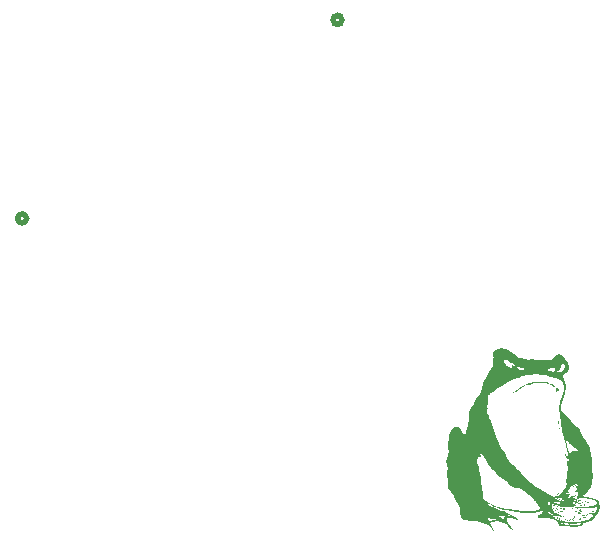
<source format=gbr>
%TF.GenerationSoftware,KiCad,Pcbnew,9.0.0*%
%TF.CreationDate,2025-08-10T21:35:17+12:00*%
%TF.ProjectId,current_gen_class_ab,63757272-656e-4745-9f67-656e5f636c61,rev?*%
%TF.SameCoordinates,Original*%
%TF.FileFunction,Legend,Bot*%
%TF.FilePolarity,Positive*%
%FSLAX46Y46*%
G04 Gerber Fmt 4.6, Leading zero omitted, Abs format (unit mm)*
G04 Created by KiCad (PCBNEW 9.0.0) date 2025-08-10 21:35:17*
%MOMM*%
%LPD*%
G01*
G04 APERTURE LIST*
%ADD10C,0.000000*%
%ADD11C,0.508000*%
G04 APERTURE END LIST*
D10*
%TO.C,G\u002A\u002A\u002A*%
G36*
X191977254Y-106046134D02*
G01*
X191975685Y-106120845D01*
X191964674Y-106223270D01*
X191939296Y-106310917D01*
X191895091Y-106391153D01*
X191827596Y-106471347D01*
X191732351Y-106558866D01*
X191604894Y-106661078D01*
X191603862Y-106661875D01*
X191533172Y-106724735D01*
X191498666Y-106780935D01*
X191497198Y-106840491D01*
X191525620Y-106913420D01*
X191532409Y-106927466D01*
X191563778Y-107010596D01*
X191583959Y-107092433D01*
X191591156Y-107126598D01*
X191617742Y-107210094D01*
X191652622Y-107290153D01*
X191660580Y-107306054D01*
X191684576Y-107365226D01*
X191701910Y-107433703D01*
X191714898Y-107522649D01*
X191725854Y-107643228D01*
X191732544Y-107740791D01*
X191735516Y-107832747D01*
X191732019Y-107907695D01*
X191721269Y-107979663D01*
X191702486Y-108062679D01*
X191694250Y-108095780D01*
X191658729Y-108234987D01*
X191621182Y-108377314D01*
X191583684Y-108515323D01*
X191548311Y-108641576D01*
X191517137Y-108748635D01*
X191492239Y-108829063D01*
X191475692Y-108875421D01*
X191465577Y-108898672D01*
X191415279Y-109015338D01*
X191379041Y-109104476D01*
X191354302Y-109176106D01*
X191338499Y-109240250D01*
X191329070Y-109306930D01*
X191323454Y-109386167D01*
X191319087Y-109487982D01*
X191308440Y-109757768D01*
X191370304Y-109779334D01*
X191437053Y-109811988D01*
X191508713Y-109869246D01*
X191587112Y-109955094D01*
X191677675Y-110074743D01*
X191700817Y-110106915D01*
X191801219Y-110236669D01*
X191902433Y-110348405D01*
X192019744Y-110459309D01*
X192030046Y-110468925D01*
X192081478Y-110523735D01*
X192143348Y-110597070D01*
X192204467Y-110675814D01*
X192234079Y-110714816D01*
X192335289Y-110836061D01*
X192443920Y-110950990D01*
X192552251Y-111052232D01*
X192652561Y-111132420D01*
X192737129Y-111184184D01*
X192777471Y-111205965D01*
X192853463Y-111270703D01*
X192908961Y-111361482D01*
X192949486Y-111486150D01*
X192949510Y-111486250D01*
X192963967Y-111530577D01*
X192991803Y-111603817D01*
X193029023Y-111695818D01*
X193071629Y-111796428D01*
X193098116Y-111856585D01*
X193145421Y-111955842D01*
X193187676Y-112029397D01*
X193230953Y-112087172D01*
X193281325Y-112139090D01*
X193326243Y-112184457D01*
X193400480Y-112270157D01*
X193462159Y-112353074D01*
X193499892Y-112409073D01*
X193565070Y-112502910D01*
X193626054Y-112587902D01*
X193638339Y-112605049D01*
X193687430Y-112685422D01*
X193727688Y-112775889D01*
X193760863Y-112882989D01*
X193788708Y-113013265D01*
X193812974Y-113173255D01*
X193835415Y-113369502D01*
X193837140Y-113381799D01*
X193846667Y-113449696D01*
X193862743Y-113523608D01*
X193879681Y-113571203D01*
X193895345Y-113619057D01*
X193910545Y-113705044D01*
X193924299Y-113822538D01*
X193936136Y-113965805D01*
X193945584Y-114129113D01*
X193952173Y-114306730D01*
X193955375Y-114489710D01*
X193955431Y-114492923D01*
X193956512Y-114567731D01*
X193960417Y-114689566D01*
X193966427Y-114797168D01*
X193973955Y-114881017D01*
X193982416Y-114931592D01*
X194011772Y-115084562D01*
X194022636Y-115264394D01*
X194014972Y-115455622D01*
X193989326Y-115644826D01*
X193946247Y-115818586D01*
X193927075Y-115886510D01*
X193909561Y-115968856D01*
X193902609Y-116031052D01*
X193902438Y-116039841D01*
X193890615Y-116103646D01*
X193879560Y-116163310D01*
X193837588Y-116259157D01*
X193820356Y-116298509D01*
X193727730Y-116440920D01*
X193604585Y-116586026D01*
X193453825Y-116729310D01*
X193406393Y-116770241D01*
X193322099Y-116843354D01*
X193281430Y-116878854D01*
X193246066Y-116909724D01*
X193190412Y-116958796D01*
X193100674Y-117038738D01*
X193203269Y-117039040D01*
X193224493Y-117039414D01*
X193276250Y-117043043D01*
X193337697Y-117051560D01*
X193415155Y-117066231D01*
X193514947Y-117088321D01*
X193643396Y-117119094D01*
X193806824Y-117159817D01*
X193907648Y-117185685D01*
X194090552Y-117236056D01*
X194236161Y-117282162D01*
X194347853Y-117325635D01*
X194429006Y-117368106D01*
X194482995Y-117411206D01*
X194513198Y-117456568D01*
X194522993Y-117505822D01*
X194530991Y-117553421D01*
X194553131Y-117612814D01*
X194557795Y-117623790D01*
X194558503Y-117626458D01*
X194573242Y-117682032D01*
X194587432Y-117764495D01*
X194597784Y-117857055D01*
X194603130Y-117930000D01*
X194604466Y-118003386D01*
X194601388Y-118028329D01*
X194596876Y-118064895D01*
X194577871Y-118131664D01*
X194544962Y-118220829D01*
X194538570Y-118237027D01*
X194492635Y-118337505D01*
X194438992Y-118435449D01*
X194387967Y-118511729D01*
X194346420Y-118565347D01*
X194277974Y-118655330D01*
X194217588Y-118736413D01*
X194178325Y-118788443D01*
X194123180Y-118857538D01*
X194078498Y-118909266D01*
X194034996Y-118950316D01*
X193949726Y-119015781D01*
X193852712Y-119078362D01*
X193758163Y-119129141D01*
X193680283Y-119159203D01*
X193616116Y-119178814D01*
X193530715Y-119208930D01*
X193443050Y-119242895D01*
X193438399Y-119244783D01*
X193355784Y-119275741D01*
X193281013Y-119299534D01*
X193229760Y-119311146D01*
X193216980Y-119312997D01*
X193179690Y-119327940D01*
X193177042Y-119330941D01*
X193148364Y-119363448D01*
X193113165Y-119429509D01*
X193096754Y-119462108D01*
X193088102Y-119479294D01*
X193057178Y-119522947D01*
X193018435Y-119547563D01*
X192958088Y-119565202D01*
X192902476Y-119573603D01*
X192813476Y-119580904D01*
X192701544Y-119586683D01*
X192576057Y-119590779D01*
X192446394Y-119593030D01*
X192321934Y-119593276D01*
X192212054Y-119591356D01*
X192126132Y-119587110D01*
X192073547Y-119580375D01*
X192054497Y-119577070D01*
X191991652Y-119570475D01*
X191900077Y-119563656D01*
X191788831Y-119557247D01*
X191666976Y-119551883D01*
X191599878Y-119549037D01*
X191481840Y-119542358D01*
X191378918Y-119534466D01*
X191300334Y-119526116D01*
X191255311Y-119518068D01*
X191238283Y-119511816D01*
X191180751Y-119467989D01*
X191137149Y-119390600D01*
X191104896Y-119275484D01*
X191104777Y-119274900D01*
X191103125Y-119269200D01*
X191219709Y-119269200D01*
X191221134Y-119278507D01*
X191249705Y-119296625D01*
X191278019Y-119312795D01*
X191376441Y-119360786D01*
X191463165Y-119385954D01*
X191553946Y-119393307D01*
X191593282Y-119395012D01*
X191670164Y-119406407D01*
X191727391Y-119424951D01*
X191734178Y-119428093D01*
X191790763Y-119444007D01*
X191872025Y-119457328D01*
X191962775Y-119465445D01*
X191973301Y-119465978D01*
X192052147Y-119469025D01*
X192093135Y-119467914D01*
X192100605Y-119462108D01*
X192078896Y-119451069D01*
X192037886Y-119426833D01*
X192028083Y-119411944D01*
X192068398Y-119411944D01*
X192100295Y-119413816D01*
X192130289Y-119419182D01*
X192148441Y-119436898D01*
X192148606Y-119438100D01*
X192172914Y-119448770D01*
X192236306Y-119453808D01*
X192335678Y-119452947D01*
X192362922Y-119452035D01*
X192524182Y-119446616D01*
X192648716Y-119442109D01*
X192741790Y-119437948D01*
X192808671Y-119433566D01*
X192854624Y-119428395D01*
X192884913Y-119421870D01*
X192904806Y-119413424D01*
X192919568Y-119402489D01*
X192934463Y-119388500D01*
X192960948Y-119361822D01*
X192980142Y-119330941D01*
X192966339Y-119314604D01*
X192916564Y-119310836D01*
X192827843Y-119317661D01*
X192741920Y-119325179D01*
X192648580Y-119330542D01*
X192576411Y-119331775D01*
X192551221Y-119331641D01*
X192488337Y-119334997D01*
X192448020Y-119342435D01*
X192421952Y-119347683D01*
X192362066Y-119352113D01*
X192287532Y-119352862D01*
X192253029Y-119353047D01*
X192165691Y-119362047D01*
X192105644Y-119381757D01*
X192071158Y-119402918D01*
X192068398Y-119411944D01*
X192028083Y-119411944D01*
X192020051Y-119399744D01*
X192017866Y-119388678D01*
X191993302Y-119371449D01*
X191979697Y-119368021D01*
X191996318Y-119352274D01*
X191997222Y-119351662D01*
X191993181Y-119340781D01*
X191956294Y-119331032D01*
X191895997Y-119322971D01*
X191821725Y-119317153D01*
X191742916Y-119314132D01*
X191669005Y-119314465D01*
X191609427Y-119318705D01*
X191573619Y-119327408D01*
X191543474Y-119338871D01*
X191527885Y-119333168D01*
X191511845Y-119309641D01*
X191462795Y-119286923D01*
X191391151Y-119270981D01*
X191307544Y-119265100D01*
X191250913Y-119265716D01*
X191219709Y-119269200D01*
X191103125Y-119269200D01*
X191090977Y-119227271D01*
X191066316Y-119188568D01*
X191022015Y-119148765D01*
X190949291Y-119097837D01*
X190872421Y-119047843D01*
X190793218Y-119001241D01*
X190718075Y-118965400D01*
X190640300Y-118938957D01*
X190553203Y-118920549D01*
X190450091Y-118908815D01*
X190324274Y-118902392D01*
X190169061Y-118899918D01*
X189977759Y-118900030D01*
X189876280Y-118900315D01*
X189718778Y-118899328D01*
X189596642Y-118895381D01*
X189505061Y-118887301D01*
X189439220Y-118873915D01*
X189394304Y-118854049D01*
X189365502Y-118826530D01*
X189347997Y-118790185D01*
X189336978Y-118743839D01*
X189340779Y-118701262D01*
X189374922Y-118652558D01*
X189443940Y-118600070D01*
X189551184Y-118540619D01*
X189610117Y-118505493D01*
X189688446Y-118436895D01*
X189742996Y-118360000D01*
X189768512Y-118283032D01*
X189759740Y-118214213D01*
X189747081Y-118192027D01*
X189729186Y-118187138D01*
X189695950Y-118201776D01*
X189637154Y-118237919D01*
X189570202Y-118275650D01*
X189420564Y-118338823D01*
X189249680Y-118390306D01*
X189071203Y-118426955D01*
X188898787Y-118445625D01*
X188746083Y-118443171D01*
X188742520Y-118442817D01*
X188672950Y-118437295D01*
X188574164Y-118431120D01*
X188458804Y-118425019D01*
X188339511Y-118419723D01*
X188331729Y-118419413D01*
X188130414Y-118410930D01*
X187966130Y-118402866D01*
X187833316Y-118394776D01*
X187726411Y-118386218D01*
X187639851Y-118376749D01*
X187568077Y-118365926D01*
X187505525Y-118353306D01*
X187470837Y-118345468D01*
X187320017Y-118313037D01*
X187155860Y-118279922D01*
X186987548Y-118247792D01*
X186824267Y-118218318D01*
X186675200Y-118193169D01*
X186549531Y-118174016D01*
X186456445Y-118162529D01*
X186441219Y-118160863D01*
X186302952Y-118131274D01*
X186156866Y-118077471D01*
X186153871Y-118076136D01*
X186056072Y-118034625D01*
X185953538Y-117994262D01*
X185867987Y-117963609D01*
X185813180Y-117945286D01*
X185679402Y-117896454D01*
X185561339Y-117845168D01*
X185442304Y-117783736D01*
X185305606Y-117704468D01*
X185221986Y-117654800D01*
X185149752Y-117612981D01*
X185098781Y-117584699D01*
X185076724Y-117574304D01*
X185073569Y-117578615D01*
X185085320Y-117606764D01*
X185114905Y-117653010D01*
X185155926Y-117707791D01*
X185201986Y-117761541D01*
X185220009Y-117780085D01*
X185261869Y-117816632D01*
X185289076Y-117831218D01*
X185290478Y-117831281D01*
X185325525Y-117841869D01*
X185375821Y-117865064D01*
X185385814Y-117870142D01*
X185443919Y-117897282D01*
X185523778Y-117932413D01*
X185611205Y-117969254D01*
X185653531Y-117986719D01*
X185763278Y-118032222D01*
X185884010Y-118082501D01*
X185996377Y-118129504D01*
X186075210Y-118162207D01*
X186172810Y-118201027D01*
X186266692Y-118235703D01*
X186368087Y-118270166D01*
X186488223Y-118308345D01*
X186638332Y-118354170D01*
X186792662Y-118406138D01*
X186973054Y-118486162D01*
X187119595Y-118577712D01*
X187135304Y-118589266D01*
X187192782Y-118629039D01*
X187237287Y-118656418D01*
X187238924Y-118657299D01*
X187275948Y-118678411D01*
X187340292Y-118716108D01*
X187386161Y-118743284D01*
X187423362Y-118765325D01*
X187516563Y-118820996D01*
X187577106Y-118857818D01*
X187696535Y-118934986D01*
X187776947Y-118994854D01*
X187818408Y-119037473D01*
X187820984Y-119062897D01*
X187814980Y-119064926D01*
X187775515Y-119060699D01*
X187709019Y-119044862D01*
X187624835Y-119020082D01*
X187532306Y-118989027D01*
X187440775Y-118954363D01*
X187377705Y-118929383D01*
X187232221Y-118877686D01*
X187111024Y-118845376D01*
X187005194Y-118830392D01*
X186905813Y-118830669D01*
X186823750Y-118838635D01*
X186761086Y-118854388D01*
X186727471Y-118883908D01*
X186715492Y-118934385D01*
X186717732Y-119013006D01*
X186721353Y-119054086D01*
X186734253Y-119118007D01*
X186737103Y-119123302D01*
X186761794Y-119169182D01*
X186812948Y-119227856D01*
X186846367Y-119264349D01*
X186904616Y-119333618D01*
X186949014Y-119393176D01*
X186957215Y-119405319D01*
X186999070Y-119465093D01*
X187054170Y-119541694D01*
X187112828Y-119621614D01*
X187165569Y-119696965D01*
X187212415Y-119781062D01*
X187226812Y-119839260D01*
X187209071Y-119872368D01*
X187208173Y-119872754D01*
X187183749Y-119860974D01*
X187138619Y-119823145D01*
X187079011Y-119765536D01*
X187011154Y-119694416D01*
X186941275Y-119616054D01*
X186875602Y-119536718D01*
X186867385Y-119526489D01*
X186827811Y-119482890D01*
X186781945Y-119444388D01*
X186721509Y-119405533D01*
X186638226Y-119360871D01*
X186523822Y-119304949D01*
X186437945Y-119264400D01*
X186345416Y-119223282D01*
X186270646Y-119195248D01*
X186201873Y-119176642D01*
X186127336Y-119163806D01*
X186035274Y-119153086D01*
X185956891Y-119145767D01*
X185859442Y-119140925D01*
X185785855Y-119144569D01*
X185724996Y-119156833D01*
X185676528Y-119168827D01*
X185587474Y-119186311D01*
X185497171Y-119200013D01*
X185412354Y-119212782D01*
X185356245Y-119230634D01*
X185335158Y-119258110D01*
X185345033Y-119301021D01*
X185381810Y-119365179D01*
X185384437Y-119369356D01*
X185416412Y-119425122D01*
X185457516Y-119502924D01*
X185503623Y-119594190D01*
X185550603Y-119690350D01*
X185594329Y-119782833D01*
X185630672Y-119863069D01*
X185655506Y-119922487D01*
X185664701Y-119952517D01*
X185664060Y-119959810D01*
X185647208Y-119968541D01*
X185607773Y-119941683D01*
X185546136Y-119879613D01*
X185462683Y-119782707D01*
X185357797Y-119651343D01*
X185290380Y-119571982D01*
X185178961Y-119474544D01*
X185052471Y-119406820D01*
X184898469Y-119360943D01*
X184870641Y-119354329D01*
X184765210Y-119323408D01*
X184648576Y-119282577D01*
X184541281Y-119238858D01*
X184517413Y-119228236D01*
X184385642Y-119172234D01*
X184282266Y-119134405D01*
X184199433Y-119112603D01*
X184129293Y-119104686D01*
X184063995Y-119108508D01*
X184039854Y-119110463D01*
X183966992Y-119111214D01*
X183866741Y-119108416D01*
X183749038Y-119102408D01*
X183623823Y-119093528D01*
X183517530Y-119083909D01*
X183354624Y-119063045D01*
X183224346Y-119035570D01*
X183120198Y-118998923D01*
X183035680Y-118950546D01*
X182990750Y-118911106D01*
X185151137Y-118911106D01*
X185153164Y-118918531D01*
X185170329Y-118955502D01*
X185199284Y-119008948D01*
X185199320Y-119009012D01*
X185231481Y-119056846D01*
X185266789Y-119083441D01*
X185314366Y-119090069D01*
X185383334Y-119078003D01*
X185482814Y-119048516D01*
X185569960Y-119025824D01*
X185668887Y-119014451D01*
X185790084Y-119015182D01*
X185844729Y-119017025D01*
X185910696Y-119016104D01*
X185934228Y-119009710D01*
X185915335Y-118997852D01*
X185854021Y-118980540D01*
X185750295Y-118957784D01*
X185693189Y-118947571D01*
X185601625Y-118934688D01*
X185500258Y-118923233D01*
X185397795Y-118913882D01*
X185302944Y-118907316D01*
X185224412Y-118904213D01*
X185170907Y-118905250D01*
X185151137Y-118911106D01*
X182990750Y-118911106D01*
X182964293Y-118887882D01*
X182899539Y-118808370D01*
X182875535Y-118766733D01*
X182838844Y-118673156D01*
X182826842Y-118630344D01*
X185971032Y-118630344D01*
X185971174Y-118631100D01*
X185991285Y-118648028D01*
X186039564Y-118683088D01*
X186109553Y-118731693D01*
X186194797Y-118789258D01*
X186204119Y-118795482D01*
X186292889Y-118855234D01*
X186369869Y-118907877D01*
X186427088Y-118947914D01*
X186456576Y-118969846D01*
X186464328Y-118976889D01*
X186495852Y-119009710D01*
X186502902Y-119017050D01*
X186547520Y-119068491D01*
X186555554Y-119078147D01*
X186591817Y-119117997D01*
X186604027Y-119123302D01*
X186591984Y-119094932D01*
X186555489Y-119033759D01*
X186546437Y-119018695D01*
X186511107Y-118946533D01*
X186488670Y-118880192D01*
X186482001Y-118834795D01*
X186493519Y-118796623D01*
X186534066Y-118757824D01*
X186595535Y-118708637D01*
X186488543Y-118707086D01*
X186410510Y-118704682D01*
X186322042Y-118696927D01*
X186228961Y-118681635D01*
X186113100Y-118656351D01*
X186045294Y-118641463D01*
X185993124Y-118631862D01*
X185971032Y-118630344D01*
X182826842Y-118630344D01*
X182813213Y-118581728D01*
X186787516Y-118581728D01*
X186796957Y-118610700D01*
X186847636Y-118639453D01*
X186938195Y-118667169D01*
X186972181Y-118676155D01*
X187047185Y-118699909D01*
X187103749Y-118722798D01*
X187145720Y-118741786D01*
X187161832Y-118743284D01*
X187146544Y-118725798D01*
X187102137Y-118691800D01*
X187030886Y-118643762D01*
X186971662Y-118608145D01*
X186886854Y-118569437D01*
X186824938Y-118558919D01*
X186789620Y-118577609D01*
X186787516Y-118581728D01*
X182813213Y-118581728D01*
X182805817Y-118555344D01*
X182779031Y-118424652D01*
X182761068Y-118292434D01*
X182754507Y-118170045D01*
X182752136Y-118090335D01*
X182739115Y-117983949D01*
X182712117Y-117880139D01*
X182668208Y-117772032D01*
X182604451Y-117652755D01*
X182517912Y-117515435D01*
X182432792Y-117392417D01*
X182754507Y-117392417D01*
X182765206Y-117403117D01*
X182775906Y-117392417D01*
X182765206Y-117381718D01*
X182754507Y-117392417D01*
X182432792Y-117392417D01*
X182405655Y-117353198D01*
X182372030Y-117302471D01*
X182329042Y-117211674D01*
X182305901Y-117108931D01*
X182303354Y-117091787D01*
X182270728Y-116955348D01*
X182217130Y-116845869D01*
X182136928Y-116751435D01*
X182116802Y-116732132D01*
X182051784Y-116668624D01*
X181994861Y-116611620D01*
X181972677Y-116588962D01*
X181911150Y-116526208D01*
X181849672Y-116463593D01*
X181814680Y-116425689D01*
X181779983Y-116377433D01*
X181756143Y-116323490D01*
X181741721Y-116256471D01*
X181735280Y-116168983D01*
X181735380Y-116053638D01*
X181740585Y-115903043D01*
X181744656Y-115805022D01*
X181747865Y-115704548D01*
X181747762Y-115631795D01*
X181743551Y-115578151D01*
X181734434Y-115535003D01*
X181719617Y-115493737D01*
X181698302Y-115445739D01*
X181672330Y-115383655D01*
X181653385Y-115316346D01*
X181644376Y-115239927D01*
X181642256Y-115137641D01*
X181644729Y-115047715D01*
X181657034Y-114944616D01*
X181680869Y-114867396D01*
X181694492Y-114831602D01*
X181708566Y-114767634D01*
X181715273Y-114683420D01*
X181715919Y-114567818D01*
X181715475Y-114541828D01*
X181711250Y-114439450D01*
X181701679Y-114362263D01*
X181684241Y-114295762D01*
X181656415Y-114225442D01*
X181626623Y-114150854D01*
X181604708Y-114061489D01*
X181605671Y-114015662D01*
X184170473Y-114015662D01*
X184180264Y-114081088D01*
X184217329Y-114167307D01*
X184231955Y-114197595D01*
X184298393Y-114364176D01*
X184360820Y-114570516D01*
X184419331Y-114817097D01*
X184474020Y-115104402D01*
X184524982Y-115432916D01*
X184572309Y-115803121D01*
X184616097Y-116215501D01*
X184620851Y-116258697D01*
X184637746Y-116373312D01*
X184659067Y-116482885D01*
X184681333Y-116568576D01*
X184706810Y-116672482D01*
X184727717Y-116807537D01*
X184741699Y-116959725D01*
X184757579Y-117211785D01*
X184881098Y-117326739D01*
X184957767Y-117392028D01*
X184958291Y-117392417D01*
X185046854Y-117458205D01*
X185126024Y-117508224D01*
X185182742Y-117539463D01*
X185265780Y-117585629D01*
X185333024Y-117623479D01*
X185352400Y-117634227D01*
X185434273Y-117676171D01*
X185514912Y-117713497D01*
X185548024Y-117728501D01*
X185633005Y-117771319D01*
X185713070Y-117816310D01*
X185733564Y-117827647D01*
X185812777Y-117862765D01*
X185911342Y-117898149D01*
X186012649Y-117927627D01*
X186054071Y-117938125D01*
X186149042Y-117962644D01*
X186230830Y-117984333D01*
X186285257Y-117999458D01*
X186353483Y-118017317D01*
X186472600Y-118043278D01*
X186611947Y-118069584D01*
X186758739Y-118094006D01*
X186900187Y-118114311D01*
X187023505Y-118128269D01*
X187025749Y-118128475D01*
X187132554Y-118140393D01*
X187264398Y-118158140D01*
X187404747Y-118179354D01*
X187537068Y-118201671D01*
X187663929Y-118222514D01*
X187824828Y-118245210D01*
X187985668Y-118264642D01*
X188125527Y-118278094D01*
X188140454Y-118279235D01*
X188288028Y-118288341D01*
X188442208Y-118294465D01*
X188593145Y-118297499D01*
X188730985Y-118297333D01*
X188845877Y-118293858D01*
X188927970Y-118286966D01*
X188949774Y-118283743D01*
X189089199Y-118254385D01*
X189226485Y-118212108D01*
X189345758Y-118163317D01*
X190083488Y-118163317D01*
X190263253Y-118361225D01*
X190336923Y-118439812D01*
X190409495Y-118512587D01*
X190470584Y-118569229D01*
X190511861Y-118601681D01*
X190552281Y-118626350D01*
X190584779Y-118640662D01*
X190608982Y-118635905D01*
X190641108Y-118613571D01*
X190657826Y-118597626D01*
X190663590Y-118565525D01*
X190633274Y-118540006D01*
X190571408Y-118526711D01*
X190514912Y-118522205D01*
X190474956Y-118515500D01*
X190461411Y-118504334D01*
X190465162Y-118485140D01*
X190465645Y-118483734D01*
X190454834Y-118450437D01*
X190408606Y-118412178D01*
X190406861Y-118411092D01*
X190354644Y-118375338D01*
X190284778Y-118323575D01*
X190211879Y-118266616D01*
X190083488Y-118163317D01*
X189345758Y-118163317D01*
X189351500Y-118160968D01*
X189454112Y-118105020D01*
X189524186Y-118048321D01*
X189539522Y-118030671D01*
X189552089Y-118005183D01*
X189544344Y-117974511D01*
X189515165Y-117923061D01*
X189511346Y-117916818D01*
X189471044Y-117856581D01*
X189415944Y-117780219D01*
X189356800Y-117702695D01*
X189345867Y-117688694D01*
X189290548Y-117614398D01*
X189244233Y-117546931D01*
X189230483Y-117523781D01*
X190212250Y-117523781D01*
X190215290Y-117572262D01*
X190237205Y-117644665D01*
X190279302Y-117745092D01*
X190342887Y-117877641D01*
X190347305Y-117886437D01*
X190385118Y-117956776D01*
X190414933Y-118005183D01*
X190418143Y-118010395D01*
X190439666Y-118036290D01*
X190455250Y-118039372D01*
X190449019Y-118011134D01*
X190444703Y-117994848D01*
X190436068Y-117938101D01*
X190427699Y-117856718D01*
X190425694Y-117828832D01*
X190564954Y-117828832D01*
X190565093Y-117842816D01*
X190578413Y-117983523D01*
X190609710Y-118121273D01*
X190612178Y-118129169D01*
X190637214Y-118197627D01*
X190668489Y-118257116D01*
X190710691Y-118311416D01*
X190768510Y-118364309D01*
X190846632Y-118419576D01*
X190949747Y-118480997D01*
X191082542Y-118552354D01*
X191108422Y-118565525D01*
X191249705Y-118637428D01*
X191452991Y-118739330D01*
X191368911Y-118746796D01*
X191363369Y-118747208D01*
X191283674Y-118742104D01*
X191208422Y-118722166D01*
X191114831Y-118693728D01*
X190979877Y-118676177D01*
X190840181Y-118678435D01*
X190714419Y-118701290D01*
X190589098Y-118738493D01*
X190689368Y-118805320D01*
X190698918Y-118811638D01*
X190784734Y-118865210D01*
X190880164Y-118920290D01*
X190977492Y-118972953D01*
X191069001Y-119019276D01*
X191146974Y-119055334D01*
X191203693Y-119077203D01*
X191231442Y-119080960D01*
X191242703Y-119075845D01*
X191242435Y-119088048D01*
X191238590Y-119102446D01*
X191252566Y-119117260D01*
X191291520Y-119129431D01*
X191359906Y-119139832D01*
X191462175Y-119149338D01*
X191602780Y-119158824D01*
X191629351Y-119160507D01*
X191744016Y-119169381D01*
X191847162Y-119179786D01*
X191928378Y-119190560D01*
X191977254Y-119200543D01*
X192011284Y-119208436D01*
X192086629Y-119219986D01*
X192182942Y-119230734D01*
X192287532Y-119239101D01*
X192313996Y-119240715D01*
X192432197Y-119245053D01*
X192534777Y-119241901D01*
X192640716Y-119230045D01*
X192768997Y-119208268D01*
X192842606Y-119194625D01*
X192973579Y-119170572D01*
X193101423Y-119147325D01*
X193206672Y-119128435D01*
X193280913Y-119113349D01*
X193433410Y-119067606D01*
X193591845Y-118997893D01*
X193692557Y-118944387D01*
X193801720Y-118878365D01*
X193894356Y-118813662D01*
X193964931Y-118754537D01*
X194007912Y-118705249D01*
X194017765Y-118670056D01*
X194016310Y-118665452D01*
X194012722Y-118646239D01*
X194028326Y-118665007D01*
X194043434Y-118679480D01*
X194067758Y-118679307D01*
X194068886Y-118660784D01*
X194043433Y-118631780D01*
X194022961Y-118612131D01*
X194052906Y-118612131D01*
X194063606Y-118622830D01*
X194074305Y-118612131D01*
X194063606Y-118601432D01*
X194052906Y-118612131D01*
X194022961Y-118612131D01*
X194022214Y-118611414D01*
X194027418Y-118601432D01*
X194033462Y-118600698D01*
X194051035Y-118581094D01*
X194048450Y-118551976D01*
X194026158Y-118536586D01*
X194017044Y-118531712D01*
X194035969Y-118514621D01*
X194055425Y-118498077D01*
X194066224Y-118467125D01*
X194064349Y-118457295D01*
X194068495Y-118455790D01*
X194075932Y-118461299D01*
X194107785Y-118458850D01*
X194114059Y-118456834D01*
X194136355Y-118465893D01*
X194135221Y-118510488D01*
X194126831Y-118518231D01*
X194092590Y-118519870D01*
X194066647Y-118521398D01*
X194066014Y-118546496D01*
X194075808Y-118561899D01*
X194100081Y-118566629D01*
X194108156Y-118569497D01*
X194097085Y-118598849D01*
X194092163Y-118612131D01*
X194086028Y-118628689D01*
X194092594Y-118644229D01*
X194094458Y-118643968D01*
X194117913Y-118619229D01*
X194153426Y-118555105D01*
X194200342Y-118452901D01*
X194258007Y-118313927D01*
X194289731Y-118241477D01*
X194320663Y-118182361D01*
X194343623Y-118150539D01*
X194356019Y-118132328D01*
X194368905Y-118085871D01*
X194374663Y-118028329D01*
X194373091Y-117972987D01*
X194363983Y-117933130D01*
X194347136Y-117922042D01*
X194329907Y-117927555D01*
X194277692Y-117942243D01*
X194210070Y-117959956D01*
X194147517Y-117978749D01*
X194114373Y-117998509D01*
X194110446Y-118021849D01*
X194114421Y-118040899D01*
X194102320Y-118029850D01*
X194084612Y-118023747D01*
X194029724Y-118016845D01*
X193945304Y-118010859D01*
X193838711Y-118005920D01*
X193717305Y-118002159D01*
X193588447Y-117999710D01*
X193459497Y-117998703D01*
X193337814Y-117999270D01*
X193230760Y-118001543D01*
X193145693Y-118005653D01*
X193089975Y-118011733D01*
X193055325Y-118014796D01*
X192980001Y-118014697D01*
X192883938Y-118010013D01*
X192779697Y-118001174D01*
X192648443Y-117988654D01*
X192449429Y-117972439D01*
X192235205Y-117957505D01*
X192020201Y-117944763D01*
X191818848Y-117935124D01*
X191645577Y-117929502D01*
X191571037Y-117927398D01*
X191496895Y-117922934D01*
X191428718Y-117914506D01*
X191357194Y-117900200D01*
X191273009Y-117878102D01*
X191166851Y-117846299D01*
X191029404Y-117802877D01*
X190910468Y-117765550D01*
X190798902Y-117731817D01*
X190706267Y-117705140D01*
X190659288Y-117692744D01*
X191335299Y-117692744D01*
X191338274Y-117706923D01*
X191362635Y-117724094D01*
X191365355Y-117723722D01*
X191384851Y-117706452D01*
X191412039Y-117661142D01*
X191448426Y-117584666D01*
X191495519Y-117473901D01*
X191554825Y-117325722D01*
X191581087Y-117267409D01*
X191628624Y-117176069D01*
X191686977Y-117073445D01*
X191748935Y-116972648D01*
X191821861Y-116860059D01*
X191882328Y-116769518D01*
X191926310Y-116708046D01*
X191956797Y-116671743D01*
X191976780Y-116656705D01*
X191989248Y-116659032D01*
X191991065Y-116664095D01*
X191982159Y-116701416D01*
X191951984Y-116772888D01*
X191900263Y-116879094D01*
X191826716Y-117020615D01*
X191731066Y-117198032D01*
X191676190Y-117300050D01*
X191627794Y-117395565D01*
X191593438Y-117472729D01*
X191568757Y-117541479D01*
X191549387Y-117611752D01*
X191542811Y-117641421D01*
X191539841Y-117676952D01*
X191551076Y-117675332D01*
X191575253Y-117638281D01*
X191611107Y-117567519D01*
X191657376Y-117464766D01*
X191697844Y-117375305D01*
X191759480Y-117249698D01*
X191826426Y-117122590D01*
X191894095Y-117002081D01*
X191957903Y-116896273D01*
X192013265Y-116813266D01*
X192055597Y-116761162D01*
X192072580Y-116745168D01*
X192085680Y-116738072D01*
X192082595Y-116755487D01*
X192062115Y-116801888D01*
X192023034Y-116881749D01*
X192012313Y-116903778D01*
X191968404Y-117003078D01*
X191930587Y-117101750D01*
X191906074Y-117181328D01*
X191898352Y-117212749D01*
X191875369Y-117303647D01*
X191847632Y-117410958D01*
X191819539Y-117517591D01*
X191805969Y-117569947D01*
X191783854Y-117668775D01*
X191776554Y-117731100D01*
X191783927Y-117759447D01*
X191805825Y-117756340D01*
X191807508Y-117754863D01*
X191823584Y-117724630D01*
X191846266Y-117666045D01*
X191871210Y-117590153D01*
X191901573Y-117496411D01*
X191983297Y-117293762D01*
X192080793Y-117116236D01*
X192105814Y-117073918D01*
X192140371Y-117004765D01*
X192159648Y-116951441D01*
X192167101Y-116927697D01*
X192186198Y-116896180D01*
X192204501Y-116886061D01*
X192212487Y-116905602D01*
X192211229Y-116920419D01*
X192199433Y-116980956D01*
X192177458Y-117068467D01*
X192148044Y-117173414D01*
X192113928Y-117286258D01*
X192077850Y-117397459D01*
X192042548Y-117497479D01*
X192010651Y-117585950D01*
X191984707Y-117663898D01*
X191969000Y-117718511D01*
X191966126Y-117741498D01*
X191970185Y-117741279D01*
X191987806Y-117717233D01*
X192010784Y-117668534D01*
X192011296Y-117667279D01*
X192019032Y-117649199D01*
X192084246Y-117649199D01*
X192094945Y-117659898D01*
X192105644Y-117649199D01*
X192094945Y-117638500D01*
X192084246Y-117649199D01*
X192019032Y-117649199D01*
X192038132Y-117604558D01*
X192047039Y-117584574D01*
X192110216Y-117584574D01*
X192112777Y-117609969D01*
X192119214Y-117613316D01*
X192127043Y-117595703D01*
X192125499Y-117584375D01*
X192112777Y-117581437D01*
X192110216Y-117584574D01*
X192047039Y-117584574D01*
X192075235Y-117521315D01*
X192114736Y-117435214D01*
X192153486Y-117346968D01*
X192193326Y-117246824D01*
X192222945Y-117162384D01*
X192241475Y-117106502D01*
X192260269Y-117058004D01*
X192271444Y-117039342D01*
X192272847Y-117040368D01*
X192273594Y-117066103D01*
X192267084Y-117115648D01*
X192255620Y-117174485D01*
X192241504Y-117228099D01*
X192240960Y-117229946D01*
X192245870Y-117227293D01*
X192265940Y-117193702D01*
X192297273Y-117135636D01*
X192333311Y-117069997D01*
X192368727Y-117011615D01*
X192393011Y-116978442D01*
X192400244Y-116973930D01*
X192405805Y-116991390D01*
X192399139Y-117041254D01*
X192381670Y-117118127D01*
X192354821Y-117216615D01*
X192320015Y-117331324D01*
X192278676Y-117456860D01*
X192232226Y-117587827D01*
X192229354Y-117595703D01*
X192215997Y-117632333D01*
X192210041Y-117649199D01*
X192181251Y-117730731D01*
X192154463Y-117811074D01*
X192138022Y-117866035D01*
X192134314Y-117888287D01*
X192135630Y-117889279D01*
X192154240Y-117877359D01*
X192182342Y-117832740D01*
X192216418Y-117762584D01*
X192252955Y-117674052D01*
X192288438Y-117574304D01*
X192313902Y-117500891D01*
X192348766Y-117406798D01*
X192388730Y-117303224D01*
X192430450Y-117198431D01*
X192470586Y-117100684D01*
X192505795Y-117018245D01*
X192532735Y-116959380D01*
X192548064Y-116932350D01*
X192551693Y-116936139D01*
X192549059Y-116971078D01*
X192538669Y-117032971D01*
X192522019Y-117113271D01*
X192500604Y-117203433D01*
X192473756Y-117298052D01*
X192426870Y-117439096D01*
X192371139Y-117588321D01*
X192312540Y-117729023D01*
X192310155Y-117734441D01*
X192281314Y-117813060D01*
X192278392Y-117857649D01*
X192301387Y-117868196D01*
X192333951Y-117852546D01*
X192426622Y-117852546D01*
X192426719Y-117857186D01*
X192435438Y-117881676D01*
X192465765Y-117894154D01*
X192528265Y-117899501D01*
X192595551Y-117901625D01*
X192709668Y-117903618D01*
X192844975Y-117904723D01*
X192993475Y-117904993D01*
X193147168Y-117904478D01*
X193298058Y-117903229D01*
X193438145Y-117901297D01*
X193559433Y-117898734D01*
X193653922Y-117895591D01*
X193713615Y-117891920D01*
X193740133Y-117889170D01*
X193851453Y-117874796D01*
X193948639Y-117857923D01*
X194024569Y-117840154D01*
X194072123Y-117823097D01*
X194084181Y-117808356D01*
X194082035Y-117800087D01*
X194101073Y-117799904D01*
X194107351Y-117801686D01*
X194157255Y-117796714D01*
X194220167Y-117771672D01*
X194280434Y-117734196D01*
X194322403Y-117691923D01*
X194326236Y-117685825D01*
X194346825Y-117626458D01*
X194343563Y-117547595D01*
X194333438Y-117500142D01*
X194305397Y-117449015D01*
X194250184Y-117404608D01*
X194232886Y-117394167D01*
X194164267Y-117363984D01*
X194103179Y-117351111D01*
X194098631Y-117350984D01*
X194056297Y-117346382D01*
X194042789Y-117338112D01*
X194038222Y-117328293D01*
X194001540Y-117308010D01*
X193936104Y-117283569D01*
X193849621Y-117258160D01*
X193659772Y-117215182D01*
X193376821Y-117173850D01*
X193102628Y-117159478D01*
X192847801Y-117159549D01*
X192786268Y-117233186D01*
X192759958Y-117262681D01*
X192727194Y-117287377D01*
X192707780Y-117279468D01*
X192705516Y-117276128D01*
X192687686Y-117272024D01*
X192665717Y-117307223D01*
X192643275Y-117378172D01*
X192648939Y-117440226D01*
X192687369Y-117478287D01*
X192715505Y-117493275D01*
X192741018Y-117521732D01*
X192725153Y-117544279D01*
X192668859Y-117556885D01*
X192642623Y-117559865D01*
X192597287Y-117575332D01*
X192579433Y-117606402D01*
X192573016Y-117624386D01*
X192543067Y-117674126D01*
X192499010Y-117729505D01*
X192475257Y-117758234D01*
X192440350Y-117812352D01*
X192426622Y-117852546D01*
X192333951Y-117852546D01*
X192350296Y-117844691D01*
X192385493Y-117805236D01*
X192429699Y-117723599D01*
X192480409Y-117602114D01*
X192525395Y-117484911D01*
X192580015Y-117345190D01*
X192625632Y-117231683D01*
X192660360Y-117149054D01*
X192682317Y-117101970D01*
X192685477Y-117094827D01*
X192699791Y-117048539D01*
X192717935Y-116976262D01*
X192736755Y-116890263D01*
X192738988Y-116878854D01*
X192811794Y-116878854D01*
X192822494Y-116889553D01*
X192833193Y-116878854D01*
X192822494Y-116868155D01*
X192811794Y-116878854D01*
X192738988Y-116878854D01*
X192745733Y-116844385D01*
X192758676Y-116758934D01*
X192759839Y-116700986D01*
X192749759Y-116661065D01*
X192726450Y-116609907D01*
X192663025Y-116656799D01*
X192629573Y-116679477D01*
X192595256Y-116690379D01*
X192566607Y-116676311D01*
X192550111Y-116661072D01*
X192537690Y-116637103D01*
X192544945Y-116606253D01*
X192574738Y-116560104D01*
X192629936Y-116490241D01*
X192634330Y-116484811D01*
X192679028Y-116424881D01*
X192707757Y-116377651D01*
X192714477Y-116352933D01*
X192714153Y-116352438D01*
X192685886Y-116334082D01*
X192635966Y-116316579D01*
X192607097Y-116306390D01*
X192560663Y-116276727D01*
X192534682Y-116242486D01*
X192538807Y-116213874D01*
X192544666Y-116211742D01*
X192579493Y-116219944D01*
X192630217Y-116244946D01*
X192639756Y-116250482D01*
X192710541Y-116283393D01*
X192754129Y-116286337D01*
X192768997Y-116259157D01*
X192767141Y-116251731D01*
X192737010Y-116225445D01*
X192678054Y-116201884D01*
X192628621Y-116183275D01*
X192548987Y-116143383D01*
X192471911Y-116095800D01*
X192419618Y-116062244D01*
X192353294Y-116032319D01*
X192312275Y-116033626D01*
X192298231Y-116066448D01*
X192298235Y-116066802D01*
X192314165Y-116099053D01*
X192351727Y-116136783D01*
X192391973Y-116173821D01*
X192403396Y-116200305D01*
X192378237Y-116206148D01*
X192318273Y-116188602D01*
X192231322Y-116154447D01*
X192105957Y-116281267D01*
X192062991Y-116329153D01*
X191990538Y-116423635D01*
X191909653Y-116541764D01*
X191823567Y-116677621D01*
X191735511Y-116825291D01*
X191648715Y-116978857D01*
X191566409Y-117132403D01*
X191517853Y-117228499D01*
X191491824Y-117280012D01*
X191428190Y-117415767D01*
X191415086Y-117447031D01*
X191378738Y-117533751D01*
X191367349Y-117567270D01*
X191346697Y-117628049D01*
X191335299Y-117692744D01*
X190659288Y-117692744D01*
X190639812Y-117687605D01*
X190606784Y-117681297D01*
X190605497Y-117681303D01*
X190583858Y-117686143D01*
X190571621Y-117706228D01*
X190566187Y-117750734D01*
X190564954Y-117828832D01*
X190425694Y-117828832D01*
X190420923Y-117762457D01*
X190418701Y-117721067D01*
X190416032Y-117632723D01*
X190419162Y-117572828D01*
X190420823Y-117565845D01*
X190639848Y-117565845D01*
X190746841Y-117582876D01*
X190794070Y-117590827D01*
X190889753Y-117608381D01*
X190982224Y-117626759D01*
X191041371Y-117639890D01*
X191105881Y-117656141D01*
X191144063Y-117668209D01*
X191160847Y-117670909D01*
X191201082Y-117653348D01*
X191235267Y-117614440D01*
X191249705Y-117567270D01*
X191249492Y-117562719D01*
X191241025Y-117546703D01*
X191214242Y-117537577D01*
X191161003Y-117533800D01*
X191073168Y-117533830D01*
X191067812Y-117533906D01*
X190962562Y-117537215D01*
X190855223Y-117543334D01*
X190768239Y-117550999D01*
X190639848Y-117565845D01*
X190420823Y-117565845D01*
X190429102Y-117531039D01*
X190446864Y-117497014D01*
X190469685Y-117460220D01*
X190470912Y-117447031D01*
X190448175Y-117453302D01*
X190425027Y-117460119D01*
X190369354Y-117467312D01*
X190346578Y-117471647D01*
X190340270Y-117488711D01*
X190341983Y-117500044D01*
X190318871Y-117510109D01*
X190302554Y-117506839D01*
X190297473Y-117488711D01*
X190300837Y-117473644D01*
X190282911Y-117467528D01*
X190251870Y-117476908D01*
X190222381Y-117499647D01*
X190212250Y-117523781D01*
X189230483Y-117523781D01*
X189216007Y-117499410D01*
X189215641Y-117498669D01*
X189185148Y-117454603D01*
X189128409Y-117387990D01*
X189051077Y-117304516D01*
X189024150Y-117276894D01*
X190994010Y-117276894D01*
X191010712Y-117291182D01*
X191061824Y-117324070D01*
X191090529Y-117341086D01*
X191110404Y-117346716D01*
X191107681Y-117328293D01*
X191104932Y-117316748D01*
X191118802Y-117300683D01*
X191167171Y-117296416D01*
X191208056Y-117297885D01*
X191274111Y-117307069D01*
X191315474Y-117322427D01*
X191323096Y-117341354D01*
X191297297Y-117354500D01*
X191248442Y-117360320D01*
X191204089Y-117365570D01*
X191185510Y-117378283D01*
X191197736Y-117395612D01*
X191235297Y-117418932D01*
X191267610Y-117429499D01*
X191293141Y-117418016D01*
X191320152Y-117374220D01*
X191320465Y-117373617D01*
X191348750Y-117310373D01*
X191367785Y-117252728D01*
X191372490Y-117228499D01*
X191367263Y-117208311D01*
X191338895Y-117201254D01*
X191277581Y-117201792D01*
X191263968Y-117202211D01*
X191192120Y-117204543D01*
X191155457Y-117205733D01*
X191083278Y-117208894D01*
X191041590Y-117212478D01*
X191024553Y-117217273D01*
X191026326Y-117224066D01*
X191041070Y-117233643D01*
X191050937Y-117239896D01*
X191076782Y-117268372D01*
X191069171Y-117286710D01*
X191030371Y-117284209D01*
X191009254Y-117278085D01*
X190994010Y-117276894D01*
X189024150Y-117276894D01*
X188958810Y-117209867D01*
X188933400Y-117184810D01*
X190809293Y-117184810D01*
X190826013Y-117213078D01*
X190840880Y-117228010D01*
X190873704Y-117237275D01*
X190928728Y-117226133D01*
X191003623Y-117204543D01*
X190931958Y-117184977D01*
X190927795Y-117183865D01*
X190870279Y-117172829D01*
X190829243Y-117171922D01*
X190825070Y-117172868D01*
X190809293Y-117184810D01*
X188933400Y-117184810D01*
X188857263Y-117109729D01*
X188752091Y-117009791D01*
X188648950Y-116915738D01*
X188553496Y-116833258D01*
X188510621Y-116797904D01*
X188362088Y-116682721D01*
X188218003Y-116584625D01*
X188070557Y-116499806D01*
X187911941Y-116424452D01*
X187734346Y-116354753D01*
X187529964Y-116286897D01*
X187290986Y-116217073D01*
X187252563Y-116205785D01*
X187173926Y-116176460D01*
X187105107Y-116138125D01*
X187037430Y-116084328D01*
X186962220Y-116008616D01*
X186870803Y-115904537D01*
X186839527Y-115868290D01*
X186745283Y-115767585D01*
X186663091Y-115695368D01*
X186585706Y-115645046D01*
X186576692Y-115640201D01*
X186416697Y-115552435D01*
X186289086Y-115477758D01*
X186187735Y-115411473D01*
X186106520Y-115348882D01*
X186039316Y-115285286D01*
X185979999Y-115215989D01*
X185922444Y-115136292D01*
X185916200Y-115127386D01*
X185862331Y-115060784D01*
X185786486Y-114977904D01*
X185697852Y-114888440D01*
X185605619Y-114802083D01*
X185581203Y-114779961D01*
X185495991Y-114699208D01*
X185421344Y-114623251D01*
X185364581Y-114559765D01*
X185333024Y-114516420D01*
X185314280Y-114484303D01*
X185266200Y-114412007D01*
X185213614Y-114341827D01*
X185183585Y-114299999D01*
X185133757Y-114219863D01*
X185079145Y-114123029D01*
X185027134Y-114022156D01*
X184990554Y-113950785D01*
X184918375Y-113824032D01*
X184840357Y-113701243D01*
X184762469Y-113591131D01*
X184690678Y-113502406D01*
X184630953Y-113443782D01*
X184588461Y-113398577D01*
X184552280Y-113338130D01*
X184548759Y-113329845D01*
X184521174Y-113283566D01*
X184495045Y-113278782D01*
X184467139Y-113314599D01*
X184447547Y-113375115D01*
X184452738Y-113447104D01*
X184487784Y-113502858D01*
X184522147Y-113555676D01*
X184527624Y-113624631D01*
X184500828Y-113690893D01*
X184483555Y-113711180D01*
X184455997Y-113720093D01*
X184410754Y-113704099D01*
X184380069Y-113691556D01*
X184347930Y-113690083D01*
X184322816Y-113714386D01*
X184307481Y-113741791D01*
X184295198Y-113790118D01*
X184292916Y-113802734D01*
X184270199Y-113848603D01*
X184231003Y-113901195D01*
X184188608Y-113958311D01*
X184170473Y-114015662D01*
X181605671Y-114015662D01*
X181606473Y-113977507D01*
X181632722Y-113885807D01*
X181684265Y-113773291D01*
X181701648Y-113738387D01*
X181738924Y-113656198D01*
X181766381Y-113578640D01*
X181785127Y-113497827D01*
X181796272Y-113405874D01*
X181800923Y-113294897D01*
X181800189Y-113157011D01*
X181795179Y-112984330D01*
X181793216Y-112923997D01*
X181789281Y-112665598D01*
X181794352Y-112439304D01*
X181808969Y-112236991D01*
X181833670Y-112050531D01*
X181868995Y-111871799D01*
X181917754Y-111694603D01*
X181990043Y-111513852D01*
X182076305Y-111370312D01*
X182175707Y-111265324D01*
X182287414Y-111200228D01*
X182289913Y-111199337D01*
X182339780Y-111189418D01*
X182415750Y-111181971D01*
X182502422Y-111178548D01*
X182664801Y-111176879D01*
X182843394Y-111426524D01*
X182858457Y-111447502D01*
X182930371Y-111545758D01*
X182999319Y-111637197D01*
X183058109Y-111712404D01*
X183099552Y-111761961D01*
X183177115Y-111847754D01*
X183209440Y-111784787D01*
X183217956Y-111765294D01*
X183239849Y-111700969D01*
X183264690Y-111614342D01*
X183288579Y-111518534D01*
X183294620Y-111492889D01*
X183325963Y-111370810D01*
X183362041Y-111243028D01*
X183396200Y-111133361D01*
X183409260Y-111093619D01*
X183441599Y-110985419D01*
X183466045Y-110882459D01*
X183483992Y-110775135D01*
X183496837Y-110653840D01*
X183505975Y-110508970D01*
X183512802Y-110330918D01*
X183514122Y-110290317D01*
X183521589Y-110124221D01*
X183532668Y-109991494D01*
X183549356Y-109884384D01*
X183573648Y-109795135D01*
X183607543Y-109715997D01*
X183653037Y-109639215D01*
X183712127Y-109557037D01*
X183741952Y-109517720D01*
X183824639Y-109406495D01*
X185070710Y-109406495D01*
X185082800Y-109450183D01*
X185097543Y-109501680D01*
X185107167Y-109575111D01*
X185102960Y-109635392D01*
X185084798Y-109668890D01*
X185081140Y-109673054D01*
X185073041Y-109710481D01*
X185071357Y-109774323D01*
X185075230Y-109852390D01*
X185083802Y-109932490D01*
X185096215Y-110002431D01*
X185111612Y-110050022D01*
X185113495Y-110053560D01*
X185146166Y-110102023D01*
X185189832Y-110154359D01*
X185224088Y-110201328D01*
X185243819Y-110259828D01*
X185254260Y-110345392D01*
X185260283Y-110406569D01*
X185274955Y-110467640D01*
X185304222Y-110522796D01*
X185355672Y-110590368D01*
X185434586Y-110709533D01*
X185494515Y-110859402D01*
X185494588Y-110859646D01*
X185522282Y-110950116D01*
X185549732Y-111037165D01*
X185571007Y-111101979D01*
X185576279Y-111118239D01*
X185593651Y-111186721D01*
X185600817Y-111241069D01*
X185604997Y-111279330D01*
X185626071Y-111362012D01*
X185660897Y-111459481D01*
X185704950Y-111557971D01*
X185710331Y-111569457D01*
X185735794Y-111635458D01*
X185764429Y-111723318D01*
X185791003Y-111817268D01*
X185797970Y-111843266D01*
X185825491Y-111934017D01*
X185853715Y-112012244D01*
X185877509Y-112063351D01*
X185884311Y-112075589D01*
X185911654Y-112136176D01*
X185943599Y-112219143D01*
X185974562Y-112310278D01*
X185980502Y-112328790D01*
X186057824Y-112535272D01*
X186152770Y-112738495D01*
X186259850Y-112928629D01*
X186373572Y-113095846D01*
X186488447Y-113230316D01*
X186495630Y-113237618D01*
X186566349Y-113317903D01*
X186613985Y-113394890D01*
X186650280Y-113487221D01*
X186660473Y-113517926D01*
X186708809Y-113645844D01*
X186765347Y-113764054D01*
X186835794Y-113882350D01*
X186925857Y-114010530D01*
X187041241Y-114158390D01*
X187066201Y-114185748D01*
X187124552Y-114242402D01*
X187203955Y-114314860D01*
X187297292Y-114396666D01*
X187397446Y-114481368D01*
X187549366Y-114610601D01*
X187721658Y-114767851D01*
X187860646Y-114909432D01*
X187968851Y-115037957D01*
X188048796Y-115156039D01*
X188110400Y-115253211D01*
X188205014Y-115377237D01*
X188318255Y-115498899D01*
X188455247Y-115623126D01*
X188621113Y-115754848D01*
X188820977Y-115898993D01*
X188883967Y-115943188D01*
X189005856Y-116030189D01*
X189130266Y-116120483D01*
X189238248Y-116200383D01*
X189315165Y-116257201D01*
X189393943Y-116313460D01*
X189456928Y-116356374D01*
X189495029Y-116379602D01*
X189536965Y-116403068D01*
X189583411Y-116434910D01*
X189604282Y-116449957D01*
X189656125Y-116483441D01*
X189725976Y-116526429D01*
X189804771Y-116573579D01*
X189883446Y-116619549D01*
X189952936Y-116658998D01*
X190004178Y-116686584D01*
X190028106Y-116696967D01*
X190037812Y-116700448D01*
X190075383Y-116722585D01*
X190127419Y-116758389D01*
X190134318Y-116763303D01*
X190199456Y-116804991D01*
X190284309Y-116854051D01*
X190372367Y-116900879D01*
X190393123Y-116911464D01*
X190471811Y-116953356D01*
X190536781Y-116990536D01*
X190575653Y-117015994D01*
X190604955Y-117032058D01*
X190650809Y-117041764D01*
X190721295Y-117045389D01*
X190825397Y-117043937D01*
X191032345Y-117037833D01*
X191157074Y-116898726D01*
X191159278Y-116896270D01*
X191239446Y-116808380D01*
X191329582Y-116711676D01*
X191410591Y-116626650D01*
X191457238Y-116576796D01*
X191604513Y-116392016D01*
X191720231Y-116200187D01*
X191801137Y-116007370D01*
X191822212Y-115915010D01*
X192405223Y-115915010D01*
X192420697Y-115961789D01*
X192469421Y-116017678D01*
X192542776Y-116069919D01*
X192631904Y-116110862D01*
X192687799Y-116129682D01*
X192725189Y-116138097D01*
X192743528Y-116131998D01*
X192754213Y-116111439D01*
X192755113Y-116103646D01*
X192733048Y-116071504D01*
X192676258Y-116032977D01*
X192657794Y-116022360D01*
X192582353Y-115973182D01*
X192516821Y-115923053D01*
X192476602Y-115890397D01*
X192434011Y-115866445D01*
X192411686Y-115874755D01*
X192405223Y-115915010D01*
X191822212Y-115915010D01*
X191843976Y-115819629D01*
X191845845Y-115804420D01*
X191854446Y-115729874D01*
X191859706Y-115676286D01*
X191860547Y-115654399D01*
X191859335Y-115655150D01*
X191843786Y-115679137D01*
X191814549Y-115729909D01*
X191776636Y-115798838D01*
X191766322Y-115817670D01*
X191727417Y-115884018D01*
X191696057Y-115930502D01*
X191678245Y-115948020D01*
X191676984Y-115947532D01*
X191678445Y-115924266D01*
X191694059Y-115873075D01*
X191720979Y-115803580D01*
X191760190Y-115694398D01*
X191807686Y-115506128D01*
X191843662Y-115290550D01*
X191867964Y-115055954D01*
X191880437Y-114810631D01*
X191880927Y-114562869D01*
X191869279Y-114320959D01*
X191845339Y-114093188D01*
X191808951Y-113887848D01*
X191759962Y-113713227D01*
X191726284Y-113610669D01*
X191703796Y-113518723D01*
X191701576Y-113463085D01*
X191719719Y-113444397D01*
X191727647Y-113445606D01*
X191743566Y-113457863D01*
X191759729Y-113487374D01*
X191777728Y-113539088D01*
X191799151Y-113617956D01*
X191825588Y-113728928D01*
X191858630Y-113876955D01*
X191861253Y-113888992D01*
X191917886Y-114198456D01*
X191952016Y-114496762D01*
X191963383Y-114777764D01*
X191951730Y-115035315D01*
X191916800Y-115263268D01*
X191906698Y-115315521D01*
X191892379Y-115406781D01*
X191880884Y-115498652D01*
X191879416Y-115512703D01*
X191873337Y-115579688D01*
X191873905Y-115611506D01*
X191882376Y-115614483D01*
X191900006Y-115594945D01*
X191900152Y-115594760D01*
X191922991Y-115559184D01*
X191942244Y-115512037D01*
X191959249Y-115447096D01*
X191975347Y-115358139D01*
X191991877Y-115238943D01*
X192010179Y-115083286D01*
X192018352Y-115001675D01*
X192030273Y-114832333D01*
X192036656Y-114659099D01*
X192037642Y-114489710D01*
X192033372Y-114331905D01*
X192023989Y-114193423D01*
X192009634Y-114082003D01*
X191990449Y-114005384D01*
X191982712Y-113981831D01*
X191964200Y-113905120D01*
X191946532Y-113807983D01*
X191932674Y-113705805D01*
X191921682Y-113622303D01*
X191900887Y-113494276D01*
X191875340Y-113357560D01*
X191848280Y-113230412D01*
X191825121Y-113129606D01*
X191794740Y-112997172D01*
X191765979Y-112871613D01*
X191742829Y-112770345D01*
X191712567Y-112637835D01*
X191671533Y-112458667D01*
X191637970Y-112313025D01*
X191635498Y-112302412D01*
X191752094Y-112302412D01*
X191757780Y-112346627D01*
X191771838Y-112416165D01*
X191795085Y-112516387D01*
X191828340Y-112652653D01*
X191850455Y-112743510D01*
X191873779Y-112842238D01*
X191892067Y-112922842D01*
X191902613Y-112973631D01*
X191903721Y-112979449D01*
X191918303Y-113040763D01*
X191941243Y-113124173D01*
X191968092Y-113213386D01*
X191974225Y-113233077D01*
X191997535Y-113312668D01*
X192013884Y-113376176D01*
X192020051Y-113411322D01*
X192020810Y-113423190D01*
X192033829Y-113441851D01*
X192065060Y-113431198D01*
X192117197Y-113389744D01*
X192192932Y-113316006D01*
X192249093Y-113259509D01*
X192295360Y-113218773D01*
X192333827Y-113197337D01*
X192376104Y-113189014D01*
X192433801Y-113187615D01*
X192469713Y-113188154D01*
X192564772Y-113193013D01*
X192648753Y-113201283D01*
X192692029Y-113208418D01*
X192736289Y-113224880D01*
X192769678Y-113258083D01*
X192806879Y-113318953D01*
X192837027Y-113370329D01*
X192867368Y-113411062D01*
X192889150Y-113420279D01*
X192907634Y-113402334D01*
X192912878Y-113381799D01*
X192896433Y-113327725D01*
X192848880Y-113254856D01*
X192773100Y-113166418D01*
X192671976Y-113065637D01*
X192548390Y-112955740D01*
X192405223Y-112839952D01*
X192318060Y-112768520D01*
X192214255Y-112677320D01*
X192107147Y-112578340D01*
X192009753Y-112483318D01*
X191981844Y-112455342D01*
X191905755Y-112381430D01*
X191840917Y-112321803D01*
X191793470Y-112281981D01*
X191769555Y-112267481D01*
X191762562Y-112268508D01*
X191753960Y-112278159D01*
X191752094Y-112302412D01*
X191635498Y-112302412D01*
X191610677Y-112195867D01*
X191588453Y-112102152D01*
X191570098Y-112026840D01*
X191554412Y-111964890D01*
X191540194Y-111911260D01*
X191526243Y-111860909D01*
X191484447Y-111708759D01*
X191442924Y-111544878D01*
X191407585Y-111386913D01*
X191376589Y-111225145D01*
X191348096Y-111049850D01*
X191320265Y-110851308D01*
X191291255Y-110619797D01*
X191286605Y-110581218D01*
X191266459Y-110417169D01*
X191249034Y-110281919D01*
X191232770Y-110164077D01*
X191216107Y-110052250D01*
X191197484Y-109935046D01*
X191179946Y-109812399D01*
X191168033Y-109672031D01*
X191167005Y-109531698D01*
X191176867Y-109377593D01*
X191197620Y-109195909D01*
X191212225Y-109094357D01*
X191232362Y-108989197D01*
X191255025Y-108912042D01*
X191282316Y-108854422D01*
X191325058Y-108778721D01*
X191386107Y-108650186D01*
X191441495Y-108503446D01*
X191496160Y-108326309D01*
X191502053Y-108303756D01*
X191521001Y-108203524D01*
X191536430Y-108080805D01*
X191547443Y-107948507D01*
X191553144Y-107819534D01*
X191552635Y-107706792D01*
X191545019Y-107623187D01*
X191533412Y-107557429D01*
X191521053Y-107485845D01*
X191513764Y-107440026D01*
X191510013Y-107410100D01*
X191508270Y-107386195D01*
X191494523Y-107344018D01*
X191441744Y-107284046D01*
X191352949Y-107221565D01*
X191231795Y-107158421D01*
X191081937Y-107096459D01*
X190907031Y-107037526D01*
X190710733Y-106983468D01*
X190707531Y-106982668D01*
X190624398Y-106959460D01*
X190515614Y-106925838D01*
X190394924Y-106886186D01*
X190276074Y-106844887D01*
X189997894Y-106745091D01*
X189521051Y-106721788D01*
X189384048Y-106715391D01*
X189249481Y-106710284D01*
X189142781Y-106708263D01*
X189055800Y-106709470D01*
X188980389Y-106714048D01*
X188908401Y-106722141D01*
X188831686Y-106733891D01*
X188794935Y-106739786D01*
X188672014Y-106757149D01*
X188546969Y-106771980D01*
X188441890Y-106781575D01*
X188327011Y-106794147D01*
X188162590Y-106825870D01*
X188007936Y-106870389D01*
X187879444Y-106923563D01*
X187828345Y-106946288D01*
X187742940Y-106977686D01*
X187654760Y-107004652D01*
X187641204Y-107008300D01*
X187500728Y-107046789D01*
X187390947Y-107078826D01*
X187301845Y-107107897D01*
X187223405Y-107137489D01*
X187145609Y-107171088D01*
X187058442Y-107212179D01*
X187000812Y-107241194D01*
X186911146Y-107290775D01*
X186836654Y-107337215D01*
X186789287Y-107373357D01*
X186768547Y-107390794D01*
X186705383Y-107434284D01*
X186622287Y-107484170D01*
X186531697Y-107532755D01*
X186457747Y-107571777D01*
X186311924Y-107656166D01*
X186154726Y-107754624D01*
X185998625Y-107858967D01*
X185856090Y-107961011D01*
X185739596Y-108052571D01*
X185662947Y-108116905D01*
X185581653Y-108183972D01*
X185523105Y-108229636D01*
X185481631Y-108257600D01*
X185451561Y-108271563D01*
X185427223Y-108275228D01*
X185402945Y-108272296D01*
X185382068Y-108269573D01*
X185345265Y-108280356D01*
X185315126Y-108323392D01*
X185278491Y-108373620D01*
X185229269Y-108414021D01*
X185227699Y-108414874D01*
X185169679Y-108469393D01*
X185138775Y-108547164D01*
X185140378Y-108634790D01*
X185144446Y-108658084D01*
X185152440Y-108727217D01*
X185159953Y-108818442D01*
X185165778Y-108918300D01*
X185165780Y-108918337D01*
X185169483Y-109019029D01*
X185168306Y-109090074D01*
X185160343Y-109144516D01*
X185143686Y-109195397D01*
X185116427Y-109255760D01*
X185090068Y-109313332D01*
X185072292Y-109365739D01*
X185070710Y-109406495D01*
X183824639Y-109406495D01*
X183832389Y-109396070D01*
X183899426Y-109300564D01*
X183946165Y-109225920D01*
X183975708Y-109166854D01*
X183991158Y-109118084D01*
X183995619Y-109074327D01*
X183995623Y-109073302D01*
X184012118Y-108989951D01*
X184057696Y-108886718D01*
X184127947Y-108770191D01*
X184218462Y-108646956D01*
X184324830Y-108523599D01*
X184442641Y-108406705D01*
X184443667Y-108405741D01*
X184472437Y-108363634D01*
X184504512Y-108294969D01*
X184533138Y-108214118D01*
X184559104Y-108129187D01*
X184586955Y-108040931D01*
X184608998Y-107973953D01*
X184612612Y-107963003D01*
X184635378Y-107876867D01*
X184650643Y-107792113D01*
X184661887Y-107721904D01*
X184684985Y-107614608D01*
X184714823Y-107497475D01*
X184747824Y-107383495D01*
X184780411Y-107285659D01*
X184809008Y-107216955D01*
X184809629Y-107215746D01*
X184846572Y-107153939D01*
X184899797Y-107076525D01*
X184958002Y-106999965D01*
X184967252Y-106988264D01*
X185060796Y-106843206D01*
X185143912Y-106664116D01*
X185145731Y-106659537D01*
X185218414Y-106502936D01*
X185306738Y-106353054D01*
X185402983Y-106221696D01*
X185499426Y-106120666D01*
X185567031Y-106061720D01*
X185580857Y-105703395D01*
X185584598Y-105616810D01*
X185587860Y-105557061D01*
X186477843Y-105557061D01*
X186477981Y-105562193D01*
X186493584Y-105626599D01*
X186528413Y-105699887D01*
X186572961Y-105765170D01*
X186617725Y-105805562D01*
X186656420Y-105837406D01*
X186684549Y-105886043D01*
X186693974Y-105906591D01*
X186737734Y-105955573D01*
X186807013Y-106007486D01*
X186866044Y-106043300D01*
X186960132Y-106096326D01*
X187050253Y-106143403D01*
X187183993Y-106209531D01*
X187183993Y-106069034D01*
X187183997Y-106066378D01*
X187612280Y-106066378D01*
X187631164Y-106101012D01*
X187673205Y-106164563D01*
X187719222Y-106229728D01*
X187760482Y-106283539D01*
X187787312Y-106313276D01*
X187806493Y-106325660D01*
X187877595Y-106346095D01*
X187967147Y-106350115D01*
X188060468Y-106339024D01*
X188142876Y-106314123D01*
X188143603Y-106313644D01*
X190231787Y-106313644D01*
X190232730Y-106346389D01*
X190263002Y-106375041D01*
X190325910Y-106401753D01*
X190424762Y-106428677D01*
X190562864Y-106457968D01*
X190570901Y-106459553D01*
X190653284Y-106476494D01*
X190721912Y-106491756D01*
X190762637Y-106502207D01*
X190778434Y-106506690D01*
X190793492Y-106502632D01*
X190782547Y-106476407D01*
X190977645Y-106476407D01*
X190990793Y-106488711D01*
X191037881Y-106500892D01*
X191106926Y-106505308D01*
X191185808Y-106502075D01*
X191262406Y-106491306D01*
X191324600Y-106473117D01*
X191391765Y-106442767D01*
X191442885Y-106412235D01*
X191482509Y-106373856D01*
X191520909Y-106317519D01*
X191568357Y-106233108D01*
X191603616Y-106164217D01*
X191647162Y-106052667D01*
X191659125Y-105966330D01*
X191639627Y-105902932D01*
X191588793Y-105860202D01*
X191587845Y-105859733D01*
X191517238Y-105836272D01*
X191442260Y-105826537D01*
X191439037Y-105826541D01*
X191388361Y-105830233D01*
X191378973Y-105837812D01*
X191366813Y-105847628D01*
X191361443Y-105888683D01*
X191359573Y-105907261D01*
X191343026Y-105972817D01*
X191339093Y-105982733D01*
X191315390Y-106042492D01*
X191306133Y-106063694D01*
X191281136Y-106147344D01*
X191276320Y-106185310D01*
X191271104Y-106226428D01*
X191270003Y-106262590D01*
X191260393Y-106305939D01*
X191238682Y-106318702D01*
X191204141Y-106327187D01*
X191149358Y-106351882D01*
X191087958Y-106386015D01*
X191031299Y-106422722D01*
X190990741Y-106455140D01*
X190977645Y-106476407D01*
X190782547Y-106476407D01*
X190780326Y-106471085D01*
X190779915Y-106470308D01*
X190769559Y-106433014D01*
X190775248Y-106381451D01*
X190798282Y-106303492D01*
X190820101Y-106230845D01*
X190825770Y-106185310D01*
X190814780Y-106163380D01*
X190796790Y-106158404D01*
X190744027Y-106155149D01*
X190673423Y-106156291D01*
X190599727Y-106161100D01*
X190537688Y-106168849D01*
X190502054Y-106178811D01*
X190493163Y-106181252D01*
X190473521Y-106163696D01*
X190463372Y-106155369D01*
X190426405Y-106160066D01*
X190373870Y-106183393D01*
X190316722Y-106220024D01*
X190287350Y-106245812D01*
X190265912Y-106264634D01*
X190256866Y-106274653D01*
X190231787Y-106313644D01*
X188143603Y-106313644D01*
X188199690Y-106276713D01*
X188203296Y-106272706D01*
X188222133Y-106245812D01*
X188212666Y-106226472D01*
X188169718Y-106201731D01*
X188148095Y-106192399D01*
X188081325Y-106170620D01*
X187992539Y-106146908D01*
X187894966Y-106124961D01*
X187841264Y-106113691D01*
X187751418Y-106093252D01*
X187679677Y-106074948D01*
X187638008Y-106061725D01*
X187636132Y-106060929D01*
X187614590Y-106054928D01*
X187612280Y-106066378D01*
X187183997Y-106066378D01*
X187184028Y-106043850D01*
X187185615Y-105979499D01*
X187191977Y-105946844D01*
X187206393Y-105937235D01*
X187232140Y-105942023D01*
X187245673Y-105945460D01*
X187305814Y-105957644D01*
X187376580Y-105969120D01*
X187472873Y-105982733D01*
X187430833Y-105935322D01*
X187428330Y-105932577D01*
X187383519Y-105893161D01*
X191078517Y-105893161D01*
X191082718Y-105904692D01*
X191112429Y-105911516D01*
X191161152Y-105898221D01*
X191217607Y-105866936D01*
X191231918Y-105856504D01*
X191251630Y-105837812D01*
X191239006Y-105838006D01*
X191198543Y-105850418D01*
X191137363Y-105864090D01*
X191096952Y-105876239D01*
X191078517Y-105893161D01*
X187383519Y-105893161D01*
X187381680Y-105891543D01*
X187307937Y-105837103D01*
X187214036Y-105773432D01*
X187106912Y-105704705D01*
X186993501Y-105635097D01*
X186880735Y-105568783D01*
X186775550Y-105509938D01*
X186684880Y-105462737D01*
X186615661Y-105431354D01*
X186574826Y-105419966D01*
X186559018Y-105423847D01*
X186521534Y-105455312D01*
X186490669Y-105505097D01*
X186477843Y-105557061D01*
X185587860Y-105557061D01*
X185590776Y-105503658D01*
X185597433Y-105409431D01*
X185603983Y-105342079D01*
X185609842Y-105309555D01*
X185610546Y-105307737D01*
X185610359Y-105263596D01*
X185590996Y-105208281D01*
X185550532Y-105096904D01*
X185543911Y-104973007D01*
X185577946Y-104855304D01*
X185605234Y-104810387D01*
X185680645Y-104726941D01*
X185780197Y-104647415D01*
X185892553Y-104580309D01*
X186006376Y-104534119D01*
X186071665Y-104518513D01*
X186214812Y-104502040D01*
X186371611Y-104501974D01*
X186528415Y-104517331D01*
X186671574Y-104547129D01*
X186787442Y-104590384D01*
X186833052Y-104616495D01*
X186907102Y-104663312D01*
X186995525Y-104722194D01*
X187087700Y-104786214D01*
X187165647Y-104841136D01*
X187266300Y-104911010D01*
X187358315Y-104973839D01*
X187428640Y-105020649D01*
X187493017Y-105065907D01*
X187577467Y-105133189D01*
X187645845Y-105195975D01*
X187679271Y-105228404D01*
X187748960Y-105278808D01*
X187818469Y-105301387D01*
X187825382Y-105302441D01*
X187975897Y-105326378D01*
X188093285Y-105347532D01*
X188186577Y-105367863D01*
X188264806Y-105389331D01*
X188337002Y-105413895D01*
X188341838Y-105415680D01*
X188430925Y-105444063D01*
X188501713Y-105454359D01*
X188572385Y-105449304D01*
X188703464Y-105436986D01*
X188918056Y-105444755D01*
X189142474Y-105483734D01*
X189353955Y-105520205D01*
X189604653Y-105527032D01*
X189847644Y-105494275D01*
X189943703Y-105477672D01*
X190051975Y-105468945D01*
X190149853Y-105470643D01*
X190226906Y-105482520D01*
X190272703Y-105504328D01*
X190288101Y-105515095D01*
X190333529Y-105526958D01*
X190334539Y-105526948D01*
X190386523Y-105512157D01*
X190456004Y-105474796D01*
X190531176Y-105422982D01*
X190600229Y-105364831D01*
X190651356Y-105308462D01*
X190702831Y-105247193D01*
X190825832Y-105143780D01*
X190989939Y-105047005D01*
X191076763Y-105009896D01*
X191169060Y-104992749D01*
X191257914Y-105006485D01*
X191352290Y-105052743D01*
X191461153Y-105133162D01*
X191565309Y-105231532D01*
X191686607Y-105375550D01*
X191798648Y-105539194D01*
X191892368Y-105710330D01*
X191909928Y-105747563D01*
X191945416Y-105829955D01*
X191965785Y-105896574D01*
X191975057Y-105963330D01*
X191975137Y-105966330D01*
X191977254Y-106046134D01*
G37*
G36*
X191991519Y-119443105D02*
G01*
X191994867Y-119449542D01*
X191977254Y-119457371D01*
X191965925Y-119455827D01*
X191962988Y-119443105D01*
X191966124Y-119440544D01*
X191991519Y-119443105D01*
G37*
G36*
X191934457Y-119425273D02*
G01*
X191923757Y-119435973D01*
X191913058Y-119425273D01*
X191923757Y-119414574D01*
X191934457Y-119425273D01*
G37*
G36*
X191977254Y-119403875D02*
G01*
X191966554Y-119414574D01*
X191955855Y-119403875D01*
X191966554Y-119393176D01*
X191977254Y-119403875D01*
G37*
G36*
X191807202Y-119330689D02*
G01*
X191838163Y-119350379D01*
X191836917Y-119363540D01*
X191807329Y-119371777D01*
X191781245Y-119367596D01*
X191763269Y-119350379D01*
X191766447Y-119340944D01*
X191794104Y-119328980D01*
X191807202Y-119330689D01*
G37*
G36*
X192880730Y-119342738D02*
G01*
X192911148Y-119355331D01*
X192915466Y-119365634D01*
X192900695Y-119363121D01*
X192889504Y-119358679D01*
X192875990Y-119370514D01*
X192867090Y-119379622D01*
X192824169Y-119389500D01*
X192754019Y-119393176D01*
X192688241Y-119390010D01*
X192655545Y-119380945D01*
X192661797Y-119368501D01*
X192705411Y-119355228D01*
X192784801Y-119343676D01*
X192817051Y-119341137D01*
X192880730Y-119342738D01*
G37*
G36*
X192276832Y-119382476D02*
G01*
X192266133Y-119393176D01*
X192255434Y-119382476D01*
X192266133Y-119371777D01*
X192276832Y-119382476D01*
G37*
G36*
X192547880Y-119207722D02*
G01*
X192551228Y-119214158D01*
X192533614Y-119221988D01*
X192522286Y-119220443D01*
X192519349Y-119207722D01*
X192522485Y-119205161D01*
X192547880Y-119207722D01*
G37*
G36*
X192811794Y-119168491D02*
G01*
X192801095Y-119179191D01*
X192790396Y-119168491D01*
X192801095Y-119157792D01*
X192811794Y-119168491D01*
G37*
G36*
X191977254Y-119168491D02*
G01*
X191966554Y-119179191D01*
X191955855Y-119168491D01*
X191966554Y-119157792D01*
X191977254Y-119168491D01*
G37*
G36*
X192890256Y-119143527D02*
G01*
X192893603Y-119149963D01*
X192875990Y-119157792D01*
X192864662Y-119156248D01*
X192861724Y-119143527D01*
X192864861Y-119140966D01*
X192890256Y-119143527D01*
G37*
G36*
X192490817Y-119136394D02*
G01*
X192489273Y-119147722D01*
X192476552Y-119150659D01*
X192473991Y-119147523D01*
X192476552Y-119122128D01*
X192482988Y-119118780D01*
X192490817Y-119136394D01*
G37*
G36*
X192191238Y-119147093D02*
G01*
X192180539Y-119157792D01*
X192169840Y-119147093D01*
X192180539Y-119136394D01*
X192191238Y-119147093D01*
G37*
G36*
X193051190Y-119121776D02*
G01*
X193061095Y-119129478D01*
X193038262Y-119134704D01*
X193016558Y-119133191D01*
X193010176Y-119123466D01*
X193017747Y-119119225D01*
X193051190Y-119121776D01*
G37*
G36*
X191970121Y-119122128D02*
G01*
X191973468Y-119128564D01*
X191955855Y-119136394D01*
X191944527Y-119134849D01*
X191941589Y-119122128D01*
X191944726Y-119119567D01*
X191970121Y-119122128D01*
G37*
G36*
X191741870Y-119125695D02*
G01*
X191731171Y-119136394D01*
X191720472Y-119125695D01*
X191731171Y-119114995D01*
X191741870Y-119125695D01*
G37*
G36*
X191356698Y-119044358D02*
G01*
X191393318Y-119055655D01*
X191444234Y-119084642D01*
X191463690Y-119117615D01*
X191455343Y-119134613D01*
X191424114Y-119125065D01*
X191367397Y-119083958D01*
X191350366Y-119070047D01*
X191321686Y-119044530D01*
X191324323Y-119037915D01*
X191356698Y-119044358D01*
G37*
G36*
X193111373Y-119104296D02*
G01*
X193100674Y-119114995D01*
X193089975Y-119104296D01*
X193100674Y-119093597D01*
X193111373Y-119104296D01*
G37*
G36*
X192887926Y-119073161D02*
G01*
X192908088Y-119093597D01*
X192912073Y-119101173D01*
X192910613Y-119114995D01*
X192906851Y-119114032D01*
X192886689Y-119093597D01*
X192882703Y-119086021D01*
X192884163Y-119072198D01*
X192887926Y-119073161D01*
G37*
G36*
X192488948Y-118909457D02*
G01*
X192502648Y-118931928D01*
X192486218Y-118938184D01*
X192443297Y-118938720D01*
X192398171Y-118953049D01*
X192377183Y-118988295D01*
X192374613Y-119018825D01*
X192394521Y-119021664D01*
X192400198Y-119020070D01*
X192434903Y-119029524D01*
X192459733Y-119059343D01*
X192459299Y-119092659D01*
X192454297Y-119099989D01*
X192437008Y-119114995D01*
X192417206Y-119104577D01*
X192375693Y-119078446D01*
X192326215Y-119045651D01*
X192282428Y-119015248D01*
X192257987Y-118996291D01*
X192257256Y-118993939D01*
X192271405Y-118970275D01*
X192306679Y-118933321D01*
X192315315Y-118925691D01*
X192379985Y-118888364D01*
X192441605Y-118882463D01*
X192488948Y-118909457D01*
G37*
G36*
X192212637Y-119104296D02*
G01*
X192201938Y-119114995D01*
X192191238Y-119104296D01*
X192201938Y-119093597D01*
X192212637Y-119104296D01*
G37*
G36*
X192175306Y-118930932D02*
G01*
X192187661Y-118944816D01*
X192200533Y-118981173D01*
X192179352Y-119019522D01*
X192121319Y-119066917D01*
X192114511Y-119071624D01*
X192056317Y-119103040D01*
X192020340Y-119100954D01*
X192002478Y-119065311D01*
X192009508Y-119036690D01*
X192048444Y-119005797D01*
X192086678Y-118980392D01*
X192120538Y-118938570D01*
X192129958Y-118919141D01*
X192146908Y-118907752D01*
X192175306Y-118930932D01*
G37*
G36*
X191875210Y-119073021D02*
G01*
X191891660Y-119093597D01*
X191891414Y-119098439D01*
X191882223Y-119114995D01*
X191878791Y-119114011D01*
X191859562Y-119093597D01*
X191856218Y-119085308D01*
X191868998Y-119072198D01*
X191875210Y-119073021D01*
G37*
G36*
X191570682Y-119104296D02*
G01*
X191559983Y-119114995D01*
X191549284Y-119104296D01*
X191559983Y-119093597D01*
X191570682Y-119104296D01*
G37*
G36*
X191527885Y-119104296D02*
G01*
X191517186Y-119114995D01*
X191506487Y-119104296D01*
X191517186Y-119093597D01*
X191527885Y-119104296D01*
G37*
G36*
X193325358Y-119082898D02*
G01*
X193314659Y-119093597D01*
X193303960Y-119082898D01*
X193314659Y-119072198D01*
X193325358Y-119082898D01*
G37*
G36*
X193239764Y-119082898D02*
G01*
X193229065Y-119093597D01*
X193218366Y-119082898D01*
X193229065Y-119072198D01*
X193239764Y-119082898D01*
G37*
G36*
X193175569Y-119082898D02*
G01*
X193164869Y-119093597D01*
X193154170Y-119082898D01*
X193164869Y-119072198D01*
X193175569Y-119082898D01*
G37*
G36*
X191720472Y-119082898D02*
G01*
X191709773Y-119093597D01*
X191699073Y-119082898D01*
X191709773Y-119072198D01*
X191720472Y-119082898D01*
G37*
G36*
X192276832Y-119061499D02*
G01*
X192266133Y-119072198D01*
X192255434Y-119061499D01*
X192266133Y-119050800D01*
X192276832Y-119061499D01*
G37*
G36*
X193432350Y-119040101D02*
G01*
X193421651Y-119050800D01*
X193410952Y-119040101D01*
X193421651Y-119029401D01*
X193432350Y-119040101D01*
G37*
G36*
X193338227Y-119008988D02*
G01*
X193357456Y-119029401D01*
X193360799Y-119037690D01*
X193348019Y-119050800D01*
X193341808Y-119049978D01*
X193325358Y-119029401D01*
X193325603Y-119024559D01*
X193334794Y-119008003D01*
X193338227Y-119008988D01*
G37*
G36*
X192833193Y-119040101D02*
G01*
X192822494Y-119050800D01*
X192811794Y-119040101D01*
X192822494Y-119029401D01*
X192833193Y-119040101D01*
G37*
G36*
X192555013Y-119040101D02*
G01*
X192544313Y-119050800D01*
X192533614Y-119040101D01*
X192544313Y-119029401D01*
X192555013Y-119040101D01*
G37*
G36*
X192234035Y-119029401D02*
G01*
X192232491Y-119040730D01*
X192219770Y-119043667D01*
X192217209Y-119040531D01*
X192219770Y-119015136D01*
X192226206Y-119011788D01*
X192234035Y-119029401D01*
G37*
G36*
X191253456Y-119008802D02*
G01*
X191281803Y-119029401D01*
X191285231Y-119037616D01*
X191273629Y-119050800D01*
X191267353Y-119050001D01*
X191239006Y-119029401D01*
X191235578Y-119021187D01*
X191247179Y-119008003D01*
X191253456Y-119008802D01*
G37*
G36*
X192918787Y-119018702D02*
G01*
X192908088Y-119029401D01*
X192897388Y-119018702D01*
X192908088Y-119008003D01*
X192918787Y-119018702D01*
G37*
G36*
X191731491Y-118975555D02*
G01*
X191757929Y-119002653D01*
X191758762Y-119017978D01*
X191740777Y-119028970D01*
X191712455Y-119020979D01*
X191690738Y-118995749D01*
X191688124Y-118973740D01*
X191713424Y-118969001D01*
X191731491Y-118975555D01*
G37*
G36*
X193002305Y-118876374D02*
G01*
X193020976Y-118909853D01*
X193026152Y-118955952D01*
X193014250Y-118991001D01*
X193012922Y-118992031D01*
X192983349Y-118998223D01*
X192932447Y-119000082D01*
X192876232Y-118998109D01*
X192830720Y-118992806D01*
X192811925Y-118984672D01*
X192825952Y-118963834D01*
X192865893Y-118932453D01*
X192917349Y-118900938D01*
X192965713Y-118878139D01*
X192996379Y-118872909D01*
X193002305Y-118876374D01*
G37*
G36*
X191413760Y-118993737D02*
G01*
X191417108Y-119000173D01*
X191399495Y-119008003D01*
X191388166Y-119006459D01*
X191385229Y-118993737D01*
X191388365Y-118991176D01*
X191413760Y-118993737D01*
G37*
G36*
X191233519Y-118897663D02*
G01*
X191243258Y-118925312D01*
X191218522Y-118964196D01*
X191180828Y-118993294D01*
X191153000Y-118986581D01*
X191142713Y-118941873D01*
X191142739Y-118940029D01*
X191159495Y-118899913D01*
X191195505Y-118882992D01*
X191233519Y-118897663D01*
G37*
G36*
X191463690Y-118965206D02*
G01*
X191462146Y-118976534D01*
X191449424Y-118979472D01*
X191446863Y-118976335D01*
X191449424Y-118950940D01*
X191455861Y-118947593D01*
X191463690Y-118965206D01*
G37*
G36*
X193325358Y-118954507D02*
G01*
X193314659Y-118965206D01*
X193303960Y-118954507D01*
X193314659Y-118943807D01*
X193325358Y-118954507D01*
G37*
G36*
X193189834Y-118950940D02*
G01*
X193193182Y-118957377D01*
X193175569Y-118965206D01*
X193164240Y-118963662D01*
X193161303Y-118950940D01*
X193164439Y-118948379D01*
X193189834Y-118950940D01*
G37*
G36*
X192768997Y-118933108D02*
G01*
X192758298Y-118943807D01*
X192747599Y-118933108D01*
X192758298Y-118922409D01*
X192768997Y-118933108D01*
G37*
G36*
X191335299Y-118933108D02*
G01*
X191324600Y-118943807D01*
X191313901Y-118933108D01*
X191324600Y-118922409D01*
X191335299Y-118933108D01*
G37*
G36*
X191031591Y-118817544D02*
G01*
X191071048Y-118841079D01*
X191101195Y-118878015D01*
X191107373Y-118912442D01*
X191105548Y-118916701D01*
X191085870Y-118930456D01*
X191044621Y-118917696D01*
X191016188Y-118896681D01*
X190995422Y-118861249D01*
X190994757Y-118829304D01*
X191017987Y-118815417D01*
X191031591Y-118817544D01*
G37*
G36*
X192289575Y-118897704D02*
G01*
X192282969Y-118907210D01*
X192264870Y-118922409D01*
X192261879Y-118922201D01*
X192257166Y-118909814D01*
X192280139Y-118888268D01*
X192292097Y-118883061D01*
X192289575Y-118897704D01*
G37*
G36*
X193347370Y-118802461D02*
G01*
X193402920Y-118820376D01*
X193420032Y-118827662D01*
X193468588Y-118854234D01*
X193492027Y-118876754D01*
X193481292Y-118889509D01*
X193432478Y-118897172D01*
X193343153Y-118898678D01*
X193217551Y-118894687D01*
X193131174Y-118886569D01*
X193086474Y-118874502D01*
X193083697Y-118858633D01*
X193123090Y-118839110D01*
X193204902Y-118816080D01*
X193227768Y-118810754D01*
X193295490Y-118799394D01*
X193347370Y-118802461D01*
G37*
G36*
X192234035Y-118868913D02*
G01*
X192223336Y-118879612D01*
X192212637Y-118868913D01*
X192223336Y-118858213D01*
X192234035Y-118868913D01*
G37*
G36*
X191506487Y-118868913D02*
G01*
X191495788Y-118879612D01*
X191485088Y-118868913D01*
X191495788Y-118858213D01*
X191506487Y-118868913D01*
G37*
G36*
X192918787Y-118847514D02*
G01*
X192908088Y-118858213D01*
X192897388Y-118847514D01*
X192908088Y-118836815D01*
X192918787Y-118847514D01*
G37*
G36*
X191420893Y-118835552D02*
G01*
X191420071Y-118841763D01*
X191399495Y-118858213D01*
X191394652Y-118857968D01*
X191378096Y-118848777D01*
X191379081Y-118845345D01*
X191399495Y-118826116D01*
X191407783Y-118822772D01*
X191420893Y-118835552D01*
G37*
G36*
X190800337Y-118780306D02*
G01*
X190801971Y-118789505D01*
X190813326Y-118824366D01*
X190816933Y-118842426D01*
X190804916Y-118858213D01*
X190779864Y-118842446D01*
X190768680Y-118809362D01*
X190779873Y-118782741D01*
X190786592Y-118779158D01*
X190800337Y-118780306D01*
G37*
G36*
X192472262Y-118714708D02*
G01*
X192490817Y-118739850D01*
X192494032Y-118753958D01*
X192517565Y-118764756D01*
X192527789Y-118762797D01*
X192528265Y-118767211D01*
X192525878Y-118768777D01*
X192512216Y-118797064D01*
X192514865Y-118804804D01*
X192536920Y-118802674D01*
X192547236Y-118797832D01*
X192549191Y-118807525D01*
X192534814Y-118818771D01*
X192493574Y-118827644D01*
X192487374Y-118827574D01*
X192463348Y-118820733D01*
X192475954Y-118796683D01*
X192484950Y-118784708D01*
X192483438Y-118772204D01*
X192446939Y-118776086D01*
X192440669Y-118777200D01*
X192402039Y-118775185D01*
X192389423Y-118747438D01*
X192398070Y-118718482D01*
X192438651Y-118708424D01*
X192472262Y-118714708D01*
G37*
G36*
X191784667Y-118826116D02*
G01*
X191773968Y-118836815D01*
X191763269Y-118826116D01*
X191773968Y-118815417D01*
X191784667Y-118826116D01*
G37*
G36*
X193774726Y-118783319D02*
G01*
X193764027Y-118794018D01*
X193753328Y-118783319D01*
X193764027Y-118772620D01*
X193774726Y-118783319D01*
G37*
G36*
X191809280Y-118741376D02*
G01*
X191827464Y-118764184D01*
X191816735Y-118783081D01*
X191777534Y-118794018D01*
X191756256Y-118791776D01*
X191730037Y-118773994D01*
X191737131Y-118750853D01*
X191777536Y-118737436D01*
X191809280Y-118741376D01*
G37*
G36*
X193709107Y-118696845D02*
G01*
X193719884Y-118707943D01*
X193731249Y-118747134D01*
X193730473Y-118761246D01*
X193722567Y-118768865D01*
X193699372Y-118742084D01*
X193679752Y-118708728D01*
X193681634Y-118688770D01*
X193709107Y-118696845D01*
G37*
G36*
X193303960Y-118761920D02*
G01*
X193293260Y-118772620D01*
X193282561Y-118761920D01*
X193293260Y-118751221D01*
X193303960Y-118761920D01*
G37*
G36*
X192246904Y-118730807D02*
G01*
X192266133Y-118751221D01*
X192269477Y-118759510D01*
X192256697Y-118772620D01*
X192250486Y-118771797D01*
X192234035Y-118751221D01*
X192234281Y-118746378D01*
X192243472Y-118729823D01*
X192246904Y-118730807D01*
G37*
G36*
X191014322Y-118761920D02*
G01*
X191003623Y-118772620D01*
X190992923Y-118761920D01*
X191003623Y-118751221D01*
X191014322Y-118761920D01*
G37*
G36*
X193594882Y-118726516D02*
G01*
X193588277Y-118736022D01*
X193570178Y-118751221D01*
X193567186Y-118751013D01*
X193562474Y-118738626D01*
X193585446Y-118717080D01*
X193597405Y-118711873D01*
X193594882Y-118726516D01*
G37*
G36*
X191520257Y-118697347D02*
G01*
X191537209Y-118723550D01*
X191538732Y-118727610D01*
X191543222Y-118749051D01*
X191525230Y-118735529D01*
X191513020Y-118719795D01*
X191510620Y-118697159D01*
X191520257Y-118697347D01*
G37*
G36*
X193830266Y-118705118D02*
G01*
X193823660Y-118714624D01*
X193805561Y-118729823D01*
X193802570Y-118729614D01*
X193797857Y-118717227D01*
X193820829Y-118695681D01*
X193832788Y-118690475D01*
X193830266Y-118705118D01*
G37*
G36*
X193486796Y-118604921D02*
G01*
X193487129Y-118605245D01*
X193526285Y-118655895D01*
X193532318Y-118695865D01*
X193523882Y-118711541D01*
X193494984Y-118729485D01*
X193468227Y-118713774D01*
X193467141Y-118711652D01*
X193456192Y-118677171D01*
X193443512Y-118622830D01*
X193428243Y-118547935D01*
X193486796Y-118604921D01*
G37*
G36*
X193318167Y-118627867D02*
G01*
X193326473Y-118636744D01*
X193333648Y-118655573D01*
X193312990Y-118672235D01*
X193257915Y-118693948D01*
X193216540Y-118707582D01*
X193139513Y-118722216D01*
X193092538Y-118710685D01*
X193072657Y-118672648D01*
X193071650Y-118664522D01*
X193077383Y-118636461D01*
X193110252Y-118637735D01*
X193160540Y-118637961D01*
X193219921Y-118622186D01*
X193250859Y-118610647D01*
X193288226Y-118607483D01*
X193318167Y-118627867D01*
G37*
G36*
X192966939Y-118670446D02*
G01*
X192982982Y-118696156D01*
X192975188Y-118716229D01*
X192938402Y-118729823D01*
X192925602Y-118728641D01*
X192903669Y-118712002D01*
X192911639Y-118687277D01*
X192947308Y-118669408D01*
X192966939Y-118670446D01*
G37*
G36*
X193047178Y-118697725D02*
G01*
X193036479Y-118708424D01*
X193025779Y-118697725D01*
X193036479Y-118687026D01*
X193047178Y-118697725D01*
G37*
G36*
X192310987Y-118667188D02*
G01*
X192295785Y-118688537D01*
X192280469Y-118696412D01*
X192258107Y-118694939D01*
X192265469Y-118666702D01*
X192272631Y-118658898D01*
X192301994Y-118657254D01*
X192310987Y-118667188D01*
G37*
G36*
X193646335Y-118676326D02*
G01*
X193635636Y-118687026D01*
X193624937Y-118676326D01*
X193635636Y-118665627D01*
X193646335Y-118676326D01*
G37*
G36*
X192547880Y-118672760D02*
G01*
X192551228Y-118679196D01*
X192533614Y-118687026D01*
X192522286Y-118685481D01*
X192519349Y-118672760D01*
X192522485Y-118670199D01*
X192547880Y-118672760D01*
G37*
G36*
X193689132Y-118654928D02*
G01*
X193678433Y-118665627D01*
X193667734Y-118654928D01*
X193678433Y-118644229D01*
X193689132Y-118654928D01*
G37*
G36*
X192212637Y-118654928D02*
G01*
X192201938Y-118665627D01*
X192191238Y-118654928D01*
X192201938Y-118644229D01*
X192212637Y-118654928D01*
G37*
G36*
X193708642Y-118575778D02*
G01*
X193724957Y-118586351D01*
X193767273Y-118591221D01*
X193796061Y-118593975D01*
X193802431Y-118615862D01*
X193802302Y-118616192D01*
X193774123Y-118639470D01*
X193731892Y-118642082D01*
X193699616Y-118622481D01*
X193691619Y-118614757D01*
X193660906Y-118615889D01*
X193651789Y-118616573D01*
X193665845Y-118593827D01*
X193687813Y-118574634D01*
X193708642Y-118575778D01*
G37*
G36*
X193624937Y-118633529D02*
G01*
X193614238Y-118644229D01*
X193603538Y-118633529D01*
X193614238Y-118622830D01*
X193624937Y-118633529D01*
G37*
G36*
X192526481Y-118629963D02*
G01*
X192529829Y-118636399D01*
X192512216Y-118644229D01*
X192500887Y-118642684D01*
X192497950Y-118629963D01*
X192501086Y-118627402D01*
X192526481Y-118629963D01*
G37*
G36*
X191447406Y-118580655D02*
G01*
X191463690Y-118601432D01*
X191463068Y-118606546D01*
X191442291Y-118622830D01*
X191437177Y-118622208D01*
X191420893Y-118601432D01*
X191421515Y-118596317D01*
X191442291Y-118580033D01*
X191447406Y-118580655D01*
G37*
G36*
X191292502Y-118612131D02*
G01*
X191281803Y-118622830D01*
X191271104Y-118612131D01*
X191281803Y-118601432D01*
X191292502Y-118612131D01*
G37*
G36*
X193154170Y-118590732D02*
G01*
X193143471Y-118601432D01*
X193132772Y-118590732D01*
X193143471Y-118580033D01*
X193154170Y-118590732D01*
G37*
G36*
X193047178Y-118590732D02*
G01*
X193036479Y-118601432D01*
X193025779Y-118590732D01*
X193036479Y-118580033D01*
X193047178Y-118590732D01*
G37*
G36*
X192505083Y-118587166D02*
G01*
X192508431Y-118593602D01*
X192490817Y-118601432D01*
X192479489Y-118599887D01*
X192476552Y-118587166D01*
X192479688Y-118584605D01*
X192505083Y-118587166D01*
G37*
G36*
X193738231Y-118422966D02*
G01*
X193751014Y-118423973D01*
X193837923Y-118430653D01*
X193923228Y-118437005D01*
X193960253Y-118441505D01*
X194011168Y-118457502D01*
X194030303Y-118479661D01*
X194012174Y-118503863D01*
X194003464Y-118513815D01*
X194002634Y-118548621D01*
X194005275Y-118564576D01*
X193989738Y-118580033D01*
X193981071Y-118578462D01*
X193977228Y-118559902D01*
X193978424Y-118556900D01*
X193961919Y-118548473D01*
X193913452Y-118552140D01*
X193899134Y-118554195D01*
X193838566Y-118551323D01*
X193789931Y-118521085D01*
X193735914Y-118486235D01*
X193670234Y-118462326D01*
X193642824Y-118455122D01*
X193619133Y-118440874D01*
X193630514Y-118428810D01*
X193671902Y-118421863D01*
X193738231Y-118422966D01*
G37*
G36*
X193546443Y-118522531D02*
G01*
X193570215Y-118530268D01*
X193606551Y-118537236D01*
X193613539Y-118538873D01*
X193614238Y-118558635D01*
X193606761Y-118568605D01*
X193575851Y-118576998D01*
X193536613Y-118543929D01*
X193526648Y-118531318D01*
X193520062Y-118515467D01*
X193546443Y-118522531D01*
G37*
G36*
X192940185Y-118558635D02*
G01*
X192938641Y-118569963D01*
X192925920Y-118572900D01*
X192923359Y-118569764D01*
X192925920Y-118544369D01*
X192932356Y-118541021D01*
X192940185Y-118558635D01*
G37*
G36*
X191506487Y-118569334D02*
G01*
X191495788Y-118580033D01*
X191485088Y-118569334D01*
X191495788Y-118558635D01*
X191506487Y-118569334D01*
G37*
G36*
X191399495Y-118569334D02*
G01*
X191388795Y-118580033D01*
X191378096Y-118569334D01*
X191388795Y-118558635D01*
X191399495Y-118569334D01*
G37*
G36*
X191206908Y-118569334D02*
G01*
X191196209Y-118580033D01*
X191185510Y-118569334D01*
X191196209Y-118558635D01*
X191206908Y-118569334D01*
G37*
G36*
X192581761Y-118544463D02*
G01*
X192585391Y-118551893D01*
X192555013Y-118555256D01*
X192525576Y-118552273D01*
X192528265Y-118544463D01*
X192537951Y-118541637D01*
X192581761Y-118544463D01*
G37*
G36*
X192462286Y-118544369D02*
G01*
X192465634Y-118550805D01*
X192448020Y-118558635D01*
X192436692Y-118557090D01*
X192433755Y-118544369D01*
X192436891Y-118541808D01*
X192462286Y-118544369D01*
G37*
G36*
X192747599Y-118526537D02*
G01*
X192736900Y-118537236D01*
X192726201Y-118526537D01*
X192736900Y-118515838D01*
X192747599Y-118526537D01*
G37*
G36*
X192918669Y-118395833D02*
G01*
X192971462Y-118416298D01*
X192995220Y-118440592D01*
X192996421Y-118469605D01*
X192965110Y-118486558D01*
X192907306Y-118485005D01*
X192904640Y-118484520D01*
X192851891Y-118481946D01*
X192822899Y-118493783D01*
X192809458Y-118509253D01*
X192778540Y-118510030D01*
X192746143Y-118470319D01*
X192745365Y-118468857D01*
X192732878Y-118430036D01*
X192750739Y-118406452D01*
X192780896Y-118394798D01*
X192847800Y-118388338D01*
X192918669Y-118395833D01*
G37*
G36*
X193549187Y-118433865D02*
G01*
X193560741Y-118462342D01*
X193558327Y-118477107D01*
X193539343Y-118494439D01*
X193529499Y-118490818D01*
X193517944Y-118462342D01*
X193520359Y-118447576D01*
X193539343Y-118430244D01*
X193549187Y-118433865D01*
G37*
G36*
X193421493Y-118414311D02*
G01*
X193432350Y-118440943D01*
X193428859Y-118458610D01*
X193409347Y-118468939D01*
X193403003Y-118466033D01*
X193386344Y-118440943D01*
X193387239Y-118435038D01*
X193409347Y-118412947D01*
X193421493Y-118414311D01*
G37*
G36*
X193142165Y-118409700D02*
G01*
X193154170Y-118446791D01*
X193153574Y-118462772D01*
X193145032Y-118470066D01*
X193117997Y-118446038D01*
X193097879Y-118419624D01*
X193095174Y-118396513D01*
X193116117Y-118390455D01*
X193142165Y-118409700D01*
G37*
G36*
X191028587Y-118458775D02*
G01*
X191031935Y-118465211D01*
X191014322Y-118473041D01*
X191002994Y-118471496D01*
X191000056Y-118458775D01*
X191003192Y-118456214D01*
X191028587Y-118458775D01*
G37*
G36*
X192555013Y-118440943D02*
G01*
X192544313Y-118451642D01*
X192533614Y-118440943D01*
X192544313Y-118430244D01*
X192555013Y-118440943D01*
G37*
G36*
X191356698Y-118440943D02*
G01*
X191345998Y-118451642D01*
X191335299Y-118440943D01*
X191345998Y-118430244D01*
X191356698Y-118440943D01*
G37*
G36*
X191312619Y-118421089D02*
G01*
X191306251Y-118427816D01*
X191265701Y-118445504D01*
X191197657Y-118443575D01*
X191178836Y-118441185D01*
X191124327Y-118434534D01*
X191094566Y-118431331D01*
X191093675Y-118431245D01*
X191083737Y-118419545D01*
X191142713Y-118419545D01*
X191153412Y-118430244D01*
X191164111Y-118419545D01*
X191153412Y-118408845D01*
X191142713Y-118419545D01*
X191083737Y-118419545D01*
X191078517Y-118413399D01*
X191082229Y-118405404D01*
X191110671Y-118394752D01*
X191148874Y-118395461D01*
X191174678Y-118408630D01*
X191175751Y-118409992D01*
X191204971Y-118415875D01*
X191255202Y-118407269D01*
X191293342Y-118396493D01*
X191326963Y-118389450D01*
X191331002Y-118397074D01*
X191313801Y-118419545D01*
X191312619Y-118421089D01*
G37*
G36*
X194202696Y-118398146D02*
G01*
X194191997Y-118408845D01*
X194181297Y-118398146D01*
X194191997Y-118387447D01*
X194202696Y-118398146D01*
G37*
G36*
X194151243Y-118384141D02*
G01*
X194144638Y-118393646D01*
X194126538Y-118408845D01*
X194123547Y-118408637D01*
X194118834Y-118396250D01*
X194141807Y-118374704D01*
X194153765Y-118369498D01*
X194151243Y-118384141D01*
G37*
G36*
X193860320Y-118398146D02*
G01*
X193849621Y-118408845D01*
X193838922Y-118398146D01*
X193849621Y-118387447D01*
X193860320Y-118398146D01*
G37*
G36*
X193787557Y-118329678D02*
G01*
X193796125Y-118362482D01*
X193791286Y-118384056D01*
X193766963Y-118401713D01*
X193751415Y-118395454D01*
X193748060Y-118362482D01*
X193756823Y-118340935D01*
X193777222Y-118323251D01*
X193787557Y-118329678D01*
G37*
G36*
X193539343Y-118398146D02*
G01*
X193528644Y-118408845D01*
X193517944Y-118398146D01*
X193528644Y-118387447D01*
X193539343Y-118398146D01*
G37*
G36*
X192490817Y-118398146D02*
G01*
X192480118Y-118408845D01*
X192469419Y-118398146D01*
X192480118Y-118387447D01*
X192490817Y-118398146D01*
G37*
G36*
X194086731Y-118325737D02*
G01*
X194096325Y-118398146D01*
X194063233Y-118339300D01*
X194062816Y-118338563D01*
X194030367Y-118297498D01*
X194018590Y-118291154D01*
X194052906Y-118291154D01*
X194063606Y-118301853D01*
X194074305Y-118291154D01*
X194063606Y-118280454D01*
X194052906Y-118291154D01*
X194018590Y-118291154D01*
X193998727Y-118280454D01*
X193972415Y-118270808D01*
X193971622Y-118246446D01*
X194000849Y-118223445D01*
X194035162Y-118220709D01*
X194067686Y-118252954D01*
X194077682Y-118291154D01*
X194086731Y-118325737D01*
G37*
G36*
X194022045Y-118345613D02*
G01*
X194042207Y-118366048D01*
X194046193Y-118373625D01*
X194044733Y-118387447D01*
X194040971Y-118386484D01*
X194020809Y-118366048D01*
X194016823Y-118358472D01*
X194018283Y-118344650D01*
X194022045Y-118345613D01*
G37*
G36*
X191435159Y-118373181D02*
G01*
X191438506Y-118379617D01*
X191420893Y-118387447D01*
X191409565Y-118385903D01*
X191406627Y-118373181D01*
X191409764Y-118370620D01*
X191435159Y-118373181D01*
G37*
G36*
X190907329Y-118376748D02*
G01*
X190896630Y-118387447D01*
X190885931Y-118376748D01*
X190896630Y-118366048D01*
X190907329Y-118376748D01*
G37*
G36*
X191384265Y-118267817D02*
G01*
X191404824Y-118284997D01*
X191391054Y-118305447D01*
X191346664Y-118319323D01*
X191310454Y-118330050D01*
X191290020Y-118351421D01*
X191286323Y-118358448D01*
X191277215Y-118336515D01*
X191278917Y-118300873D01*
X191310814Y-118270479D01*
X191367397Y-118264283D01*
X191384265Y-118267817D01*
G37*
G36*
X191162401Y-118316230D02*
G01*
X191180638Y-118327035D01*
X191225565Y-118330260D01*
X191232073Y-118328232D01*
X191248595Y-118325684D01*
X191228307Y-118342304D01*
X191210469Y-118354872D01*
X191193479Y-118365721D01*
X191185877Y-118358076D01*
X191162414Y-118328601D01*
X191154720Y-118318323D01*
X191145073Y-118302608D01*
X191162401Y-118316230D01*
G37*
G36*
X190971525Y-118355349D02*
G01*
X190960826Y-118366048D01*
X190950126Y-118355349D01*
X190960826Y-118344650D01*
X190971525Y-118355349D01*
G37*
G36*
X194202696Y-118333951D02*
G01*
X194191997Y-118344650D01*
X194181297Y-118333951D01*
X194191997Y-118323251D01*
X194202696Y-118333951D01*
G37*
G36*
X193077510Y-118244733D02*
G01*
X193077621Y-118285668D01*
X193073128Y-118314832D01*
X193090988Y-118311926D01*
X193105391Y-118305443D01*
X193102717Y-118319945D01*
X193079471Y-118334820D01*
X193032102Y-118343769D01*
X192983287Y-118342065D01*
X192954125Y-118328494D01*
X192958159Y-118303748D01*
X192983080Y-118264249D01*
X193013886Y-118237159D01*
X193052243Y-118227652D01*
X193077510Y-118244733D01*
G37*
G36*
X192651306Y-118299348D02*
G01*
X192653933Y-118301893D01*
X192640927Y-118314001D01*
X192597810Y-118325646D01*
X192537717Y-118335899D01*
X192493411Y-118340968D01*
X192473826Y-118337534D01*
X192469419Y-118325593D01*
X192476681Y-118316711D01*
X192513123Y-118303732D01*
X192565513Y-118294905D01*
X192617143Y-118292640D01*
X192651306Y-118299348D01*
G37*
G36*
X191062234Y-118302475D02*
G01*
X191078517Y-118323251D01*
X191077895Y-118328366D01*
X191057119Y-118344650D01*
X191052004Y-118344028D01*
X191035720Y-118323251D01*
X191036342Y-118318137D01*
X191057119Y-118301853D01*
X191062234Y-118302475D01*
G37*
G36*
X194010110Y-118312552D02*
G01*
X193999410Y-118323251D01*
X193988711Y-118312552D01*
X193999410Y-118301853D01*
X194010110Y-118312552D01*
G37*
G36*
X193375088Y-118266004D02*
G01*
X193396482Y-118289043D01*
X193398060Y-118306392D01*
X193373183Y-118313921D01*
X193355940Y-118308627D01*
X193330084Y-118283934D01*
X193329207Y-118271338D01*
X193346652Y-118259640D01*
X193375088Y-118266004D01*
G37*
G36*
X193032794Y-118085001D02*
G01*
X193039562Y-118123934D01*
X193025112Y-118169643D01*
X192993851Y-118203243D01*
X192992763Y-118203853D01*
X192945391Y-118234462D01*
X192891629Y-118274211D01*
X192885142Y-118279146D01*
X192837087Y-118305221D01*
X192800516Y-118309369D01*
X192779251Y-118296904D01*
X192770801Y-118266596D01*
X192798614Y-118230781D01*
X192859941Y-118194761D01*
X192884254Y-118182839D01*
X192942265Y-118145534D01*
X192978333Y-118109540D01*
X193000547Y-118083063D01*
X193023583Y-118075811D01*
X193032794Y-118085001D01*
G37*
G36*
X192405223Y-118312552D02*
G01*
X192394524Y-118323251D01*
X192383825Y-118312552D01*
X192394524Y-118301853D01*
X192405223Y-118312552D01*
G37*
G36*
X191463690Y-118312552D02*
G01*
X191452991Y-118323251D01*
X191442291Y-118312552D01*
X191452991Y-118301853D01*
X191463690Y-118312552D01*
G37*
G36*
X194202696Y-118280454D02*
G01*
X194201152Y-118291783D01*
X194188430Y-118294720D01*
X194185869Y-118291584D01*
X194188430Y-118266189D01*
X194194867Y-118262841D01*
X194202696Y-118280454D01*
G37*
G36*
X194245493Y-118269755D02*
G01*
X194234794Y-118280454D01*
X194224094Y-118269755D01*
X194234794Y-118259056D01*
X194245493Y-118269755D01*
G37*
G36*
X193561013Y-118230713D02*
G01*
X193567332Y-118234874D01*
X193615409Y-118252829D01*
X193678704Y-118264564D01*
X193764027Y-118273260D01*
X193675704Y-118276857D01*
X193673018Y-118276959D01*
X193600551Y-118270463D01*
X193558012Y-118243007D01*
X193547661Y-118229606D01*
X193540043Y-118216069D01*
X193561013Y-118230713D01*
G37*
G36*
X191219651Y-118234351D02*
G01*
X191213045Y-118243857D01*
X191194946Y-118259056D01*
X191191955Y-118258848D01*
X191187242Y-118246461D01*
X191210214Y-118224915D01*
X191222173Y-118219708D01*
X191219651Y-118234351D01*
G37*
G36*
X194202696Y-118226958D02*
G01*
X194191997Y-118237657D01*
X194181297Y-118226958D01*
X194191997Y-118216259D01*
X194202696Y-118226958D01*
G37*
G36*
X191442291Y-118226958D02*
G01*
X191431592Y-118237657D01*
X191420893Y-118226958D01*
X191431592Y-118216259D01*
X191442291Y-118226958D01*
G37*
G36*
X190878297Y-118180094D02*
G01*
X190881562Y-118185685D01*
X190876112Y-118214835D01*
X190875826Y-118215290D01*
X190848088Y-118234575D01*
X190815825Y-118234745D01*
X190800337Y-118215587D01*
X190815698Y-118191806D01*
X190849690Y-118175901D01*
X190878297Y-118180094D01*
G37*
G36*
X193845178Y-118109033D02*
G01*
X193856029Y-118122995D01*
X193848599Y-118124517D01*
X193833702Y-118120970D01*
X193795103Y-118131749D01*
X193789814Y-118135223D01*
X193780764Y-118148124D01*
X193810911Y-118151736D01*
X193845799Y-118157249D01*
X193872695Y-118176984D01*
X193866871Y-118202575D01*
X193837555Y-118216481D01*
X193795308Y-118207621D01*
X193768732Y-118174249D01*
X193766469Y-118150167D01*
X193781557Y-118112367D01*
X193811928Y-118095129D01*
X193845178Y-118109033D01*
G37*
G36*
X192105644Y-118184833D02*
G01*
X192101924Y-118199474D01*
X192073547Y-118216259D01*
X192058815Y-118214114D01*
X192041449Y-118197150D01*
X192045230Y-118186728D01*
X192073547Y-118165724D01*
X192091466Y-118163245D01*
X192105644Y-118184833D01*
G37*
G36*
X191313901Y-118205560D02*
G01*
X191303201Y-118216259D01*
X191292502Y-118205560D01*
X191303201Y-118194860D01*
X191313901Y-118205560D01*
G37*
G36*
X191527885Y-118184161D02*
G01*
X191517186Y-118194860D01*
X191506487Y-118184161D01*
X191517186Y-118173462D01*
X191527885Y-118184161D01*
G37*
G36*
X190959968Y-118116676D02*
G01*
X190980463Y-118123192D01*
X191026771Y-118130665D01*
X191040888Y-118134373D01*
X191057119Y-118162763D01*
X191056635Y-118170353D01*
X191039618Y-118192793D01*
X191005225Y-118185129D01*
X190962974Y-118148774D01*
X190942993Y-118124523D01*
X190937447Y-118110545D01*
X190959968Y-118116676D01*
G37*
G36*
X192276832Y-118162763D02*
G01*
X192266133Y-118173462D01*
X192255434Y-118162763D01*
X192266133Y-118152064D01*
X192276832Y-118162763D01*
G37*
G36*
X191679203Y-118056255D02*
G01*
X191679543Y-118056364D01*
X191715075Y-118077733D01*
X191714337Y-118099378D01*
X191677675Y-118109267D01*
X191652718Y-118115224D01*
X191634878Y-118141364D01*
X191634170Y-118148847D01*
X191614100Y-118169892D01*
X191575562Y-118169557D01*
X191530964Y-118152231D01*
X191492713Y-118122304D01*
X191473215Y-118084166D01*
X191475677Y-118074587D01*
X191505759Y-118057095D01*
X191558776Y-118046980D01*
X191621125Y-118046086D01*
X191679203Y-118056255D01*
G37*
G36*
X191364100Y-118030514D02*
G01*
X191372882Y-118050421D01*
X191371856Y-118052752D01*
X191342982Y-118072343D01*
X191291497Y-118084225D01*
X191218892Y-118091282D01*
X191271746Y-118131896D01*
X191299760Y-118156114D01*
X191303124Y-118170342D01*
X191269524Y-118166145D01*
X191198059Y-118143668D01*
X191114316Y-118114518D01*
X191165962Y-118086004D01*
X191206620Y-118068360D01*
X191242742Y-118062548D01*
X191251119Y-118063035D01*
X191281452Y-118045639D01*
X191298011Y-118031554D01*
X191332941Y-118023901D01*
X191364100Y-118030514D01*
G37*
G36*
X191447998Y-118128010D02*
G01*
X191450763Y-118130828D01*
X191461018Y-118146503D01*
X191436019Y-118139989D01*
X191416049Y-118129317D01*
X191409628Y-118113399D01*
X191419942Y-118111107D01*
X191447998Y-118128010D01*
G37*
G36*
X190907329Y-118141364D02*
G01*
X190896630Y-118152064D01*
X190885931Y-118141364D01*
X190896630Y-118130665D01*
X190907329Y-118141364D01*
G37*
G36*
X190737634Y-118035294D02*
G01*
X190743740Y-118052208D01*
X190730521Y-118088916D01*
X190705327Y-118116497D01*
X190674352Y-118118893D01*
X190654847Y-118083438D01*
X190666057Y-118051123D01*
X190700259Y-118031179D01*
X190737634Y-118035294D01*
G37*
G36*
X192300842Y-118025925D02*
G01*
X192334252Y-118044747D01*
X192368258Y-118072976D01*
X192383825Y-118095577D01*
X192383105Y-118097461D01*
X192358002Y-118105856D01*
X192308177Y-118109267D01*
X192307685Y-118109266D01*
X192259041Y-118106819D01*
X192244483Y-118094873D01*
X192255434Y-118066470D01*
X192272760Y-118040314D01*
X192293634Y-118024353D01*
X192300842Y-118025925D01*
G37*
G36*
X190982907Y-117973399D02*
G01*
X190999046Y-117983198D01*
X190997748Y-117999902D01*
X190988836Y-118010297D01*
X190982980Y-118047823D01*
X190979213Y-118070699D01*
X190947852Y-118072075D01*
X190920326Y-118060738D01*
X190909967Y-118037893D01*
X190940783Y-118015414D01*
X190956321Y-118005534D01*
X190961071Y-117981272D01*
X190959334Y-117970964D01*
X190982907Y-117973399D01*
G37*
G36*
X192716738Y-118024635D02*
G01*
X192736900Y-118045071D01*
X192740885Y-118052647D01*
X192739426Y-118066470D01*
X192735663Y-118065507D01*
X192715501Y-118045071D01*
X192711516Y-118037495D01*
X192712976Y-118023673D01*
X192716738Y-118024635D01*
G37*
G36*
X194031508Y-118034372D02*
G01*
X194020809Y-118045071D01*
X194010110Y-118034372D01*
X194020809Y-118023673D01*
X194031508Y-118034372D01*
G37*
G36*
X193988711Y-118034372D02*
G01*
X193978012Y-118045071D01*
X193967313Y-118034372D01*
X193978012Y-118023673D01*
X193988711Y-118034372D01*
G37*
G36*
X193881719Y-118034372D02*
G01*
X193871019Y-118045071D01*
X193860320Y-118034372D01*
X193871019Y-118023673D01*
X193881719Y-118034372D01*
G37*
G36*
X191891660Y-118034372D02*
G01*
X191880960Y-118045071D01*
X191870261Y-118034372D01*
X191880960Y-118023673D01*
X191891660Y-118034372D01*
G37*
G36*
X191940163Y-117999619D02*
G01*
X191942928Y-118002437D01*
X191953184Y-118018113D01*
X191928184Y-118011598D01*
X191908214Y-118000926D01*
X191901793Y-117985008D01*
X191912107Y-117982717D01*
X191940163Y-117999619D01*
G37*
G36*
X190916332Y-117961157D02*
G01*
X190918029Y-117980876D01*
X190913637Y-117987279D01*
X190895367Y-118002274D01*
X190893232Y-118001718D01*
X190885931Y-117980876D01*
X190886802Y-117975011D01*
X190908592Y-117959477D01*
X190916332Y-117961157D01*
G37*
G36*
X191099916Y-117948778D02*
G01*
X191089217Y-117959477D01*
X191078517Y-117948778D01*
X191089217Y-117938079D01*
X191099916Y-117948778D01*
G37*
G36*
X190864532Y-117938079D02*
G01*
X190862988Y-117949407D01*
X190850267Y-117952344D01*
X190847706Y-117949208D01*
X190850267Y-117923813D01*
X190856703Y-117920465D01*
X190864532Y-117938079D01*
G37*
G36*
X190729009Y-117945212D02*
G01*
X190732356Y-117951648D01*
X190714743Y-117959477D01*
X190703415Y-117957933D01*
X190700477Y-117945212D01*
X190703614Y-117942651D01*
X190729009Y-117945212D01*
G37*
G36*
X191100285Y-117842014D02*
G01*
X191109888Y-117860472D01*
X191087294Y-117897406D01*
X191071968Y-117912754D01*
X191033519Y-117936166D01*
X191009590Y-117929598D01*
X191008595Y-117893471D01*
X191020947Y-117864781D01*
X191057123Y-117835823D01*
X191100285Y-117842014D01*
G37*
G36*
X190928728Y-117916680D02*
G01*
X190927184Y-117928008D01*
X190914462Y-117930946D01*
X190911901Y-117927810D01*
X190914462Y-117902415D01*
X190920899Y-117899067D01*
X190928728Y-117916680D01*
G37*
G36*
X190769604Y-117742221D02*
G01*
X190785494Y-117750250D01*
X190817593Y-117778458D01*
X190811792Y-117800677D01*
X190768239Y-117809688D01*
X190730656Y-117816343D01*
X190714770Y-117837061D01*
X190736142Y-117863184D01*
X190741861Y-117867549D01*
X190757540Y-117899155D01*
X190749300Y-117912557D01*
X190725317Y-117902788D01*
X190695068Y-117874978D01*
X190668225Y-117838266D01*
X190654464Y-117801789D01*
X190653636Y-117791396D01*
X190666946Y-117744527D01*
X190707524Y-117727141D01*
X190769604Y-117742221D01*
G37*
G36*
X190971525Y-117884582D02*
G01*
X190960826Y-117895282D01*
X190950126Y-117884582D01*
X190960826Y-117873883D01*
X190971525Y-117884582D01*
G37*
G36*
X190985791Y-117838219D02*
G01*
X190989138Y-117844655D01*
X190971525Y-117852485D01*
X190960197Y-117850940D01*
X190957259Y-117838219D01*
X190960396Y-117835658D01*
X190985791Y-117838219D01*
G37*
G36*
X190586352Y-118590732D02*
G01*
X190575653Y-118601432D01*
X190564954Y-118590732D01*
X190575653Y-118580033D01*
X190586352Y-118590732D01*
G37*
G36*
X190342439Y-118388432D02*
G01*
X190361668Y-118408845D01*
X190365012Y-118417134D01*
X190352232Y-118430244D01*
X190346020Y-118429422D01*
X190329570Y-118408845D01*
X190329816Y-118404003D01*
X190339007Y-118387447D01*
X190342439Y-118388432D01*
G37*
G36*
X193303960Y-117863184D02*
G01*
X193293260Y-117873883D01*
X193282561Y-117863184D01*
X193293260Y-117852485D01*
X193303960Y-117863184D01*
G37*
G36*
X193046971Y-117765044D02*
G01*
X193061017Y-117799295D01*
X193056684Y-117833017D01*
X193035639Y-117845662D01*
X192989809Y-117852485D01*
X192959599Y-117851287D01*
X192947138Y-117839626D01*
X192966155Y-117805511D01*
X192991795Y-117773201D01*
X193019625Y-117751110D01*
X193023617Y-117750316D01*
X193046971Y-117765044D01*
G37*
G36*
X193359817Y-117715976D02*
G01*
X193379689Y-117748121D01*
X193383905Y-117777155D01*
X193365095Y-117812032D01*
X193351724Y-117820236D01*
X193327369Y-117828465D01*
X193299234Y-117819167D01*
X193251462Y-117789146D01*
X193248795Y-117787384D01*
X193214890Y-117762043D01*
X193210679Y-117745168D01*
X193240290Y-117731340D01*
X193307854Y-117715139D01*
X193321009Y-117712600D01*
X193359817Y-117715976D01*
G37*
G36*
X192553504Y-117767608D02*
G01*
X192575776Y-117785500D01*
X192562145Y-117816821D01*
X192554845Y-117823148D01*
X192525250Y-117828460D01*
X192512216Y-117798989D01*
X192515944Y-117784020D01*
X192544313Y-117766891D01*
X192553504Y-117767608D01*
G37*
G36*
X192686880Y-117728106D02*
G01*
X192704802Y-117745492D01*
X192696777Y-117757930D01*
X192662005Y-117766891D01*
X192637130Y-117762878D01*
X192619208Y-117745492D01*
X192627233Y-117733055D01*
X192662005Y-117724094D01*
X192686880Y-117728106D01*
G37*
G36*
X194138500Y-117713395D02*
G01*
X194127801Y-117724094D01*
X194117102Y-117713395D01*
X194127801Y-117702695D01*
X194138500Y-117713395D01*
G37*
G36*
X193024496Y-117604937D02*
G01*
X193026603Y-117626022D01*
X192992439Y-117657216D01*
X192974398Y-117665983D01*
X192914994Y-117680678D01*
X192848413Y-117684704D01*
X192790814Y-117677870D01*
X192758351Y-117659984D01*
X192763718Y-117650189D01*
X192796278Y-117636548D01*
X192842894Y-117625504D01*
X192887265Y-117620672D01*
X192913088Y-117625668D01*
X192927907Y-117628121D01*
X192964840Y-117615359D01*
X192992643Y-117603857D01*
X193024496Y-117604937D01*
G37*
G36*
X194291760Y-117600888D02*
G01*
X194303755Y-117637841D01*
X194300976Y-117660782D01*
X194280754Y-117668851D01*
X194266880Y-117657385D01*
X194254664Y-117619003D01*
X194256421Y-117603381D01*
X194271615Y-117587726D01*
X194291760Y-117600888D01*
G37*
G36*
X193102844Y-117618086D02*
G01*
X193122072Y-117638500D01*
X193125416Y-117646789D01*
X193112636Y-117659898D01*
X193106425Y-117659076D01*
X193089975Y-117638500D01*
X193090220Y-117633657D01*
X193099411Y-117617101D01*
X193102844Y-117618086D01*
G37*
G36*
X193658657Y-117532854D02*
G01*
X193686672Y-117567034D01*
X193678583Y-117589120D01*
X193635125Y-117590368D01*
X193596711Y-117588458D01*
X193568935Y-117599757D01*
X193567633Y-117601689D01*
X193537457Y-117614506D01*
X193501226Y-117602170D01*
X193479671Y-117571292D01*
X193483719Y-117554102D01*
X193515580Y-117531525D01*
X193565480Y-117518284D01*
X193618234Y-117517640D01*
X193658657Y-117532854D01*
G37*
G36*
X192672489Y-117595354D02*
G01*
X192674608Y-117606573D01*
X192652569Y-117617101D01*
X192641765Y-117616683D01*
X192620154Y-117606575D01*
X192639128Y-117585918D01*
X192646844Y-117583010D01*
X192672489Y-117595354D01*
G37*
G36*
X193158340Y-117535911D02*
G01*
X193175569Y-117565388D01*
X193171986Y-117581486D01*
X193150158Y-117590799D01*
X193121991Y-117569647D01*
X193118254Y-117543981D01*
X193141688Y-117531508D01*
X193158340Y-117535911D01*
G37*
G36*
X192768997Y-117585004D02*
G01*
X192758298Y-117595703D01*
X192747599Y-117585004D01*
X192758298Y-117574304D01*
X192768997Y-117585004D01*
G37*
G36*
X194331087Y-117563605D02*
G01*
X194320388Y-117574304D01*
X194309688Y-117563605D01*
X194320388Y-117552906D01*
X194331087Y-117563605D01*
G37*
G36*
X193906310Y-117494993D02*
G01*
X193924516Y-117523098D01*
X193919277Y-117542510D01*
X193890668Y-117544496D01*
X193873032Y-117538566D01*
X193837172Y-117531508D01*
X193832523Y-117530898D01*
X193817523Y-117510109D01*
X193830805Y-117496035D01*
X193871019Y-117488711D01*
X193906310Y-117494993D01*
G37*
G36*
X194309688Y-117488711D02*
G01*
X194308144Y-117500039D01*
X194295423Y-117502976D01*
X194292862Y-117499840D01*
X194295423Y-117474445D01*
X194301859Y-117471097D01*
X194309688Y-117488711D01*
G37*
G36*
X194235210Y-117434902D02*
G01*
X194257106Y-117469236D01*
X194253409Y-117487031D01*
X194222713Y-117500938D01*
X194199782Y-117496599D01*
X194203696Y-117476807D01*
X194210876Y-117464451D01*
X194207860Y-117435666D01*
X194204027Y-117428309D01*
X194222225Y-117428095D01*
X194235210Y-117434902D01*
G37*
G36*
X193412476Y-117438878D02*
G01*
X193422606Y-117453717D01*
X193422804Y-117486846D01*
X193416998Y-117494522D01*
X193389554Y-117510109D01*
X193378148Y-117508430D01*
X193358621Y-117484828D01*
X193368676Y-117445071D01*
X193386260Y-117426889D01*
X193412476Y-117438878D01*
G37*
G36*
X193068576Y-117478011D02*
G01*
X193057877Y-117488711D01*
X193047178Y-117478011D01*
X193057877Y-117467312D01*
X193068576Y-117478011D01*
G37*
G36*
X192861986Y-117306339D02*
G01*
X192867841Y-117345176D01*
X192861570Y-117378820D01*
X192845160Y-117422463D01*
X192839558Y-117437805D01*
X192854135Y-117467030D01*
X192857922Y-117478940D01*
X192823080Y-117483361D01*
X192814637Y-117483068D01*
X192768426Y-117467125D01*
X192749801Y-117434846D01*
X192766156Y-117397399D01*
X192777696Y-117381183D01*
X192790396Y-117334641D01*
X192796718Y-117312030D01*
X192831733Y-117296124D01*
X192861986Y-117306339D01*
G37*
G36*
X192989508Y-117360324D02*
G01*
X193017261Y-117389166D01*
X193016349Y-117422462D01*
X192998568Y-117439943D01*
X192957399Y-117440533D01*
X192909841Y-117405055D01*
X192890134Y-117381776D01*
X192887671Y-117362893D01*
X192919610Y-117349359D01*
X192946811Y-117346305D01*
X192989508Y-117360324D01*
G37*
G36*
X193603538Y-117380455D02*
G01*
X193602716Y-117386666D01*
X193582140Y-117403117D01*
X193577297Y-117402871D01*
X193560741Y-117393680D01*
X193561726Y-117390248D01*
X193582140Y-117371019D01*
X193590429Y-117367675D01*
X193603538Y-117380455D01*
G37*
G36*
X193988711Y-117360320D02*
G01*
X193987167Y-117371648D01*
X193974445Y-117374585D01*
X193971884Y-117371449D01*
X193974445Y-117346054D01*
X193980882Y-117342706D01*
X193988711Y-117360320D01*
G37*
G36*
X193710531Y-117371019D02*
G01*
X193699832Y-117381718D01*
X193689132Y-117371019D01*
X193699832Y-117360320D01*
X193710531Y-117371019D01*
G37*
G36*
X193915053Y-117297087D02*
G01*
X193935215Y-117317523D01*
X193939201Y-117325099D01*
X193937741Y-117338921D01*
X193933978Y-117337958D01*
X193913816Y-117317523D01*
X193909831Y-117309946D01*
X193911291Y-117296124D01*
X193915053Y-117297087D01*
G37*
G36*
X193850857Y-117297087D02*
G01*
X193871019Y-117317523D01*
X193875005Y-117325099D01*
X193873545Y-117338921D01*
X193869783Y-117337958D01*
X193849621Y-117317523D01*
X193845635Y-117309946D01*
X193847095Y-117296124D01*
X193850857Y-117297087D01*
G37*
G36*
X193710531Y-117285425D02*
G01*
X193699832Y-117296124D01*
X193689132Y-117285425D01*
X193699832Y-117274726D01*
X193710531Y-117285425D01*
G37*
G36*
X193667734Y-117285425D02*
G01*
X193657035Y-117296124D01*
X193646335Y-117285425D01*
X193657035Y-117274726D01*
X193667734Y-117285425D01*
G37*
G36*
X191174086Y-116675568D02*
G01*
X191165565Y-116697620D01*
X191134547Y-116756375D01*
X191093412Y-116820008D01*
X191074570Y-116845394D01*
X191032353Y-116893504D01*
X191003566Y-116912927D01*
X190992923Y-116899915D01*
X190993507Y-116897923D01*
X191010043Y-116870516D01*
X191044737Y-116819990D01*
X191091368Y-116755475D01*
X191106023Y-116735896D01*
X191147756Y-116684560D01*
X191171364Y-116663562D01*
X191174086Y-116675568D01*
G37*
G36*
X191066059Y-110160180D02*
G01*
X191077102Y-110232668D01*
X191087153Y-110346967D01*
X191089658Y-110381022D01*
X191106057Y-110545997D01*
X191130319Y-110735550D01*
X191160330Y-110936224D01*
X191193973Y-111134559D01*
X191229135Y-111317100D01*
X191263700Y-111470387D01*
X191266301Y-111501249D01*
X191253560Y-111518534D01*
X191242905Y-111509403D01*
X191224652Y-111468613D01*
X191207770Y-111406192D01*
X191206664Y-111400925D01*
X191156816Y-111157974D01*
X191117020Y-110951062D01*
X191086428Y-110774952D01*
X191064192Y-110624407D01*
X191049464Y-110494190D01*
X191041395Y-110379064D01*
X191038295Y-110269866D01*
X191040142Y-110184346D01*
X191046262Y-110136943D01*
X191055340Y-110128580D01*
X191066059Y-110160180D01*
G37*
G36*
X187281057Y-108183001D02*
G01*
X187304334Y-108209310D01*
X187301469Y-108244915D01*
X187295591Y-108251668D01*
X187268109Y-108254351D01*
X187250931Y-108228426D01*
X187250868Y-108196146D01*
X187268324Y-108180370D01*
X187281057Y-108183001D01*
G37*
G36*
X189801754Y-107316900D02*
G01*
X189890710Y-107321517D01*
X189964083Y-107330115D01*
X190032076Y-107343637D01*
X190104886Y-107363027D01*
X190164240Y-107381823D01*
X190287000Y-107427586D01*
X190424127Y-107485261D01*
X190564642Y-107549722D01*
X190697561Y-107615844D01*
X190811904Y-107678502D01*
X190896688Y-107732571D01*
X190931117Y-107758307D01*
X191011244Y-107823646D01*
X191086071Y-107891264D01*
X191148413Y-107954104D01*
X191191087Y-108005112D01*
X191206908Y-108037232D01*
X191206548Y-108040421D01*
X191182637Y-108068331D01*
X191128855Y-108099213D01*
X191055819Y-108127950D01*
X190974145Y-108149425D01*
X190901870Y-108163571D01*
X190916765Y-108004620D01*
X190919379Y-107974864D01*
X190923103Y-107895365D01*
X190917993Y-107847286D01*
X190903446Y-107822381D01*
X190894546Y-107815864D01*
X190844839Y-107786409D01*
X190767284Y-107745299D01*
X190670417Y-107696625D01*
X190562774Y-107644477D01*
X190452891Y-107592946D01*
X190349307Y-107546123D01*
X190260556Y-107508099D01*
X190195176Y-107482965D01*
X190100521Y-107457123D01*
X189962956Y-107431605D01*
X189806828Y-107411752D01*
X189645026Y-107398853D01*
X189490434Y-107394196D01*
X189355939Y-107399069D01*
X189242799Y-107412171D01*
X189043847Y-107447843D01*
X188827857Y-107499178D01*
X188607105Y-107562833D01*
X188393867Y-107635465D01*
X188200421Y-107713731D01*
X188117297Y-107752755D01*
X187850533Y-107905003D01*
X187583385Y-108098861D01*
X187570825Y-108108873D01*
X187509095Y-108156045D01*
X187461427Y-108189229D01*
X187437268Y-108201769D01*
X187425707Y-108189457D01*
X187419377Y-108150114D01*
X187420873Y-108135009D01*
X187437849Y-108102402D01*
X187479532Y-108066394D01*
X187553117Y-108019983D01*
X187595866Y-107994610D01*
X187687128Y-107939446D01*
X187790277Y-107876208D01*
X187890143Y-107814159D01*
X187955144Y-107773907D01*
X188121608Y-107676617D01*
X188275436Y-107597580D01*
X188427681Y-107532368D01*
X188589392Y-107476554D01*
X188771621Y-107425713D01*
X188985420Y-107375416D01*
X189015037Y-107368951D01*
X189126041Y-107346808D01*
X189225626Y-107331730D01*
X189327337Y-107322376D01*
X189444721Y-107317407D01*
X189591323Y-107315483D01*
X189687016Y-107315318D01*
X189801754Y-107316900D01*
G37*
D11*
%TO.C,RV1*%
X146081001Y-93507400D02*
G75*
G02*
X145318999Y-93507400I-381001J0D01*
G01*
X145318999Y-93507400D02*
G75*
G02*
X146081001Y-93507400I381001J0D01*
G01*
%TO.C,RV2*%
X172781001Y-76692601D02*
G75*
G02*
X172018999Y-76692601I-381001J0D01*
G01*
X172018999Y-76692601D02*
G75*
G02*
X172781001Y-76692601I381001J0D01*
G01*
%TD*%
M02*

</source>
